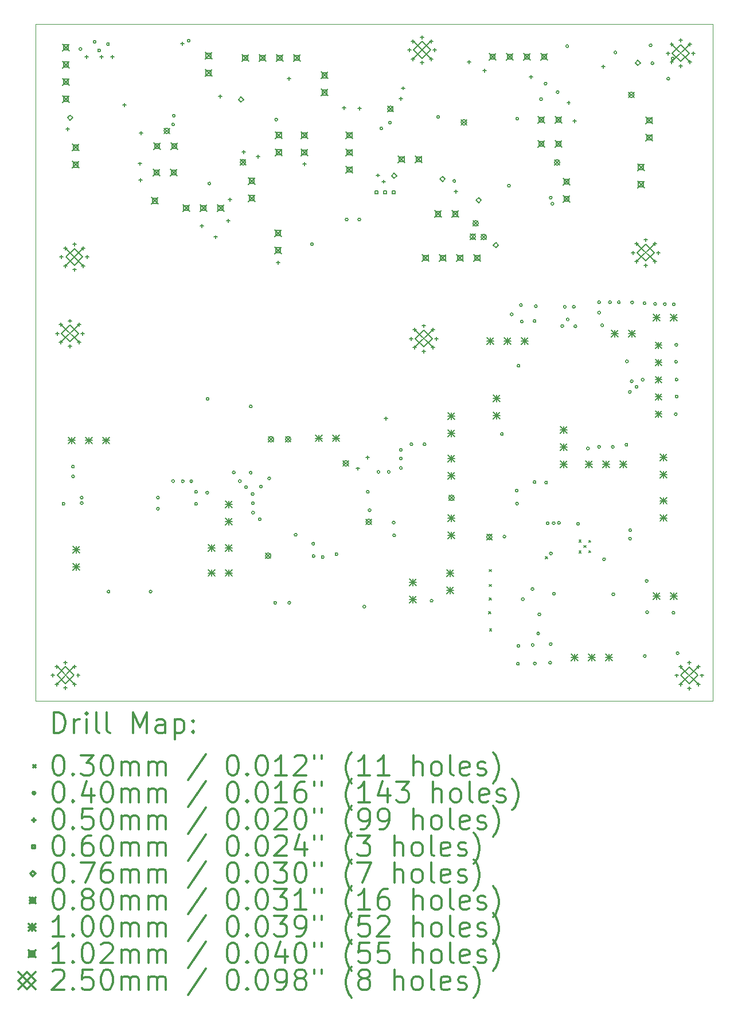
<source format=gbr>
%FSLAX45Y45*%
G04 Gerber Fmt 4.5, Leading zero omitted, Abs format (unit mm)*
G04 Created by KiCad (PCBNEW 4.0.6) date 05/22/17 18:06:06*
%MOMM*%
%LPD*%
G01*
G04 APERTURE LIST*
%ADD10C,0.127000*%
%ADD11C,0.025400*%
%ADD12C,0.200000*%
%ADD13C,0.300000*%
G04 APERTURE END LIST*
D10*
D11*
X3461030Y-13866860D02*
X3461030Y-3866860D01*
X13461030Y-13866860D02*
X3461030Y-13866860D01*
X13461030Y-3866860D02*
X13461030Y-13866860D01*
X3461030Y-3866860D02*
X13461030Y-3866860D01*
D12*
X10154030Y-12541860D02*
X10184030Y-12571860D01*
X10184030Y-12541860D02*
X10154030Y-12571860D01*
X10162030Y-11921860D02*
X10192030Y-11951860D01*
X10192030Y-11921860D02*
X10162030Y-11951860D01*
X10162030Y-12142860D02*
X10192030Y-12172860D01*
X10192030Y-12142860D02*
X10162030Y-12172860D01*
X10162030Y-12340860D02*
X10192030Y-12370860D01*
X10192030Y-12340860D02*
X10162030Y-12370860D01*
X10165030Y-12796860D02*
X10195030Y-12826860D01*
X10195030Y-12796860D02*
X10165030Y-12826860D01*
X10990270Y-11732270D02*
X11020270Y-11762270D01*
X11020270Y-11732270D02*
X10990270Y-11762270D01*
X11488110Y-11485890D02*
X11518110Y-11515890D01*
X11518110Y-11485890D02*
X11488110Y-11515890D01*
X11488110Y-11645910D02*
X11518110Y-11675910D01*
X11518110Y-11645910D02*
X11488110Y-11675910D01*
X11560170Y-11564890D02*
X11590170Y-11594890D01*
X11590170Y-11564890D02*
X11560170Y-11594890D01*
X11632890Y-11490970D02*
X11662890Y-11520970D01*
X11662890Y-11490970D02*
X11632890Y-11520970D01*
X11632890Y-11643370D02*
X11662890Y-11673370D01*
X11662890Y-11643370D02*
X11632890Y-11673370D01*
X3895730Y-10950050D02*
G75*
G03X3895730Y-10950050I-20000J0D01*
G01*
X4035430Y-10401410D02*
G75*
G03X4035430Y-10401410I-20000J0D01*
G01*
X4036700Y-10546190D02*
G75*
G03X4036700Y-10546190I-20000J0D01*
G01*
X4145000Y-4232000D02*
G75*
G03X4145000Y-4232000I-20000J0D01*
G01*
X4163700Y-10859880D02*
G75*
G03X4163700Y-10859880I-20000J0D01*
G01*
X4164970Y-10939890D02*
G75*
G03X4164970Y-10939890I-20000J0D01*
G01*
X4355000Y-4124000D02*
G75*
G03X4355000Y-4124000I-20000J0D01*
G01*
X4421000Y-4253000D02*
G75*
G03X4421000Y-4253000I-20000J0D01*
G01*
X4552000Y-4160000D02*
G75*
G03X4552000Y-4160000I-20000J0D01*
G01*
X4559940Y-12247990D02*
G75*
G03X4559940Y-12247990I-20000J0D01*
G01*
X5180970Y-12249260D02*
G75*
G03X5180970Y-12249260I-20000J0D01*
G01*
X5290190Y-10859880D02*
G75*
G03X5290190Y-10859880I-20000J0D01*
G01*
X5290190Y-11022440D02*
G75*
G03X5290190Y-11022440I-20000J0D01*
G01*
X5513710Y-10616040D02*
G75*
G03X5513710Y-10616040I-20000J0D01*
G01*
X5515000Y-5348000D02*
G75*
G03X5515000Y-5348000I-20000J0D01*
G01*
X5523000Y-5216000D02*
G75*
G03X5523000Y-5216000I-20000J0D01*
G01*
X5657220Y-10617310D02*
G75*
G03X5657220Y-10617310I-20000J0D01*
G01*
X5743000Y-4108000D02*
G75*
G03X5743000Y-4108000I-20000J0D01*
G01*
X5781680Y-10616040D02*
G75*
G03X5781680Y-10616040I-20000J0D01*
G01*
X5851530Y-10773520D02*
G75*
G03X5851530Y-10773520I-20000J0D01*
G01*
X5851530Y-10951320D02*
G75*
G03X5851530Y-10951320I-20000J0D01*
G01*
X6017265Y-10787490D02*
G75*
G03X6017265Y-10787490I-20000J0D01*
G01*
X6022345Y-9398745D02*
G75*
G03X6022345Y-9398745I-20000J0D01*
G01*
X6049000Y-6220000D02*
G75*
G03X6049000Y-6220000I-20000J0D01*
G01*
X6410330Y-10487770D02*
G75*
G03X6410330Y-10487770I-20000J0D01*
G01*
X6499230Y-10616040D02*
G75*
G03X6499230Y-10616040I-20000J0D01*
G01*
X6590035Y-10706845D02*
G75*
G03X6590035Y-10706845I-20000J0D01*
G01*
X6659250Y-10490310D02*
G75*
G03X6659250Y-10490310I-20000J0D01*
G01*
X6660520Y-9512410D02*
G75*
G03X6660520Y-9512410I-20000J0D01*
G01*
X6688460Y-10806540D02*
G75*
G03X6688460Y-10806540I-20000J0D01*
G01*
X6689095Y-10805905D02*
G75*
G03X6689095Y-10805905I-20000J0D01*
G01*
X6692270Y-10941160D02*
G75*
G03X6692270Y-10941160I-20000J0D01*
G01*
X6693540Y-11080860D02*
G75*
G03X6693540Y-11080860I-20000J0D01*
G01*
X6793870Y-11178650D02*
G75*
G03X6793870Y-11178650I-20000J0D01*
G01*
X6810380Y-10694780D02*
G75*
G03X6810380Y-10694780I-20000J0D01*
G01*
X6932300Y-10575400D02*
G75*
G03X6932300Y-10575400I-20000J0D01*
G01*
X7019930Y-12414360D02*
G75*
G03X7019930Y-12414360I-20000J0D01*
G01*
X7036000Y-5274000D02*
G75*
G03X7036000Y-5274000I-20000J0D01*
G01*
X7228210Y-12413090D02*
G75*
G03X7228210Y-12413090I-20000J0D01*
G01*
X7323460Y-11408520D02*
G75*
G03X7323460Y-11408520I-20000J0D01*
G01*
X7564000Y-7115000D02*
G75*
G03X7564000Y-7115000I-20000J0D01*
G01*
X7582540Y-11540600D02*
G75*
G03X7582540Y-11540600I-20000J0D01*
G01*
X7587620Y-11723480D02*
G75*
G03X7587620Y-11723480I-20000J0D01*
G01*
X7722240Y-11737450D02*
G75*
G03X7722240Y-11737450I-20000J0D01*
G01*
X7925440Y-11695540D02*
G75*
G03X7925440Y-11695540I-20000J0D01*
G01*
X8077000Y-6751000D02*
G75*
G03X8077000Y-6751000I-20000J0D01*
G01*
X8262000Y-6751000D02*
G75*
G03X8262000Y-6751000I-20000J0D01*
G01*
X8336920Y-12470240D02*
G75*
G03X8336920Y-12470240I-20000J0D01*
G01*
X8387720Y-10773520D02*
G75*
G03X8387720Y-10773520I-20000J0D01*
G01*
X8414390Y-11045300D02*
G75*
G03X8414390Y-11045300I-20000J0D01*
G01*
X8545200Y-10480150D02*
G75*
G03X8545200Y-10480150I-20000J0D01*
G01*
X8588000Y-5407000D02*
G75*
G03X8588000Y-5407000I-20000J0D01*
G01*
X8697600Y-10480150D02*
G75*
G03X8697600Y-10480150I-20000J0D01*
G01*
X8714000Y-5321000D02*
G75*
G03X8714000Y-5321000I-20000J0D01*
G01*
X8769990Y-11228180D02*
G75*
G03X8769990Y-11228180I-20000J0D01*
G01*
X8777610Y-11417410D02*
G75*
G03X8777610Y-11417410I-20000J0D01*
G01*
X8876670Y-10153760D02*
G75*
G03X8876670Y-10153760I-20000J0D01*
G01*
X8876670Y-10282030D02*
G75*
G03X8876670Y-10282030I-20000J0D01*
G01*
X8876670Y-10421730D02*
G75*
G03X8876670Y-10421730I-20000J0D01*
G01*
X9031610Y-10071210D02*
G75*
G03X9031610Y-10071210I-20000J0D01*
G01*
X9225920Y-10071210D02*
G75*
G03X9225920Y-10071210I-20000J0D01*
G01*
X9330060Y-12382610D02*
G75*
G03X9330060Y-12382610I-20000J0D01*
G01*
X9426000Y-5234000D02*
G75*
G03X9426000Y-5234000I-20000J0D01*
G01*
X9665000Y-6181000D02*
G75*
G03X9665000Y-6181000I-20000J0D01*
G01*
X10368030Y-9919860D02*
G75*
G03X10368030Y-9919860I-20000J0D01*
G01*
X10405030Y-11434860D02*
G75*
G03X10405030Y-11434860I-20000J0D01*
G01*
X10472000Y-6252000D02*
G75*
G03X10472000Y-6252000I-20000J0D01*
G01*
X10512030Y-8151860D02*
G75*
G03X10512030Y-8151860I-20000J0D01*
G01*
X10585850Y-10756670D02*
G75*
G03X10585850Y-10756670I-20000J0D01*
G01*
X10590930Y-10947170D02*
G75*
G03X10590930Y-10947170I-20000J0D01*
G01*
X10594000Y-5263000D02*
G75*
G03X10594000Y-5263000I-20000J0D01*
G01*
X10605030Y-13313860D02*
G75*
G03X10605030Y-13313860I-20000J0D01*
G01*
X10611030Y-13048860D02*
G75*
G03X10611030Y-13048860I-20000J0D01*
G01*
X10614030Y-8910860D02*
G75*
G03X10614030Y-8910860I-20000J0D01*
G01*
X10649030Y-8014860D02*
G75*
G03X10649030Y-8014860I-20000J0D01*
G01*
X10661030Y-8258860D02*
G75*
G03X10661030Y-8258860I-20000J0D01*
G01*
X10677290Y-12359410D02*
G75*
G03X10677290Y-12359410I-20000J0D01*
G01*
X10819530Y-12209550D02*
G75*
G03X10819530Y-12209550I-20000J0D01*
G01*
X10823030Y-13036860D02*
G75*
G03X10823030Y-13036860I-20000J0D01*
G01*
X10851030Y-8250860D02*
G75*
G03X10851030Y-8250860I-20000J0D01*
G01*
X10851030Y-10629860D02*
G75*
G03X10851030Y-10629860I-20000J0D01*
G01*
X10855030Y-13309860D02*
G75*
G03X10855030Y-13309860I-20000J0D01*
G01*
X10869150Y-8031980D02*
G75*
G03X10869150Y-8031980I-20000J0D01*
G01*
X10904030Y-12867860D02*
G75*
G03X10904030Y-12867860I-20000J0D01*
G01*
X10921030Y-12584860D02*
G75*
G03X10921030Y-12584860I-20000J0D01*
G01*
X10946000Y-4972000D02*
G75*
G03X10946000Y-4972000I-20000J0D01*
G01*
X11013000Y-4743000D02*
G75*
G03X11013000Y-4743000I-20000J0D01*
G01*
X11021030Y-10636860D02*
G75*
G03X11021030Y-10636860I-20000J0D01*
G01*
X11043050Y-11236730D02*
G75*
G03X11043050Y-11236730I-20000J0D01*
G01*
X11080030Y-13297860D02*
G75*
G03X11080030Y-13297860I-20000J0D01*
G01*
X11089000Y-6428000D02*
G75*
G03X11089000Y-6428000I-20000J0D01*
G01*
X11089030Y-13023860D02*
G75*
G03X11089030Y-13023860I-20000J0D01*
G01*
X11091310Y-11683770D02*
G75*
G03X11091310Y-11683770I-20000J0D01*
G01*
X11115000Y-6518000D02*
G75*
G03X11115000Y-6518000I-20000J0D01*
G01*
X11131950Y-11236730D02*
G75*
G03X11131950Y-11236730I-20000J0D01*
G01*
X11137030Y-12278130D02*
G75*
G03X11137030Y-12278130I-20000J0D01*
G01*
X11191000Y-4869000D02*
G75*
G03X11191000Y-4869000I-20000J0D01*
G01*
X11210536Y-11233237D02*
G75*
G03X11210536Y-11233237I-20000J0D01*
G01*
X11258950Y-8324620D02*
G75*
G03X11258950Y-8324620I-20000J0D01*
G01*
X11297050Y-8041410D02*
G75*
G03X11297050Y-8041410I-20000J0D01*
G01*
X11332000Y-4190000D02*
G75*
G03X11332000Y-4190000I-20000J0D01*
G01*
X11340230Y-8226830D02*
G75*
G03X11340230Y-8226830I-20000J0D01*
G01*
X11430400Y-8041410D02*
G75*
G03X11430400Y-8041410I-20000J0D01*
G01*
X11451990Y-8328430D02*
G75*
G03X11451990Y-8328430I-20000J0D01*
G01*
X11492630Y-11246890D02*
G75*
G03X11492630Y-11246890I-20000J0D01*
G01*
X11639030Y-10132860D02*
G75*
G03X11639030Y-10132860I-20000J0D01*
G01*
X11803780Y-7972830D02*
G75*
G03X11803780Y-7972830I-20000J0D01*
G01*
X11803780Y-8126500D02*
G75*
G03X11803780Y-8126500I-20000J0D01*
G01*
X11804030Y-10108860D02*
G75*
G03X11804030Y-10108860I-20000J0D01*
G01*
X11848230Y-8313190D02*
G75*
G03X11848230Y-8313190I-20000J0D01*
G01*
X11876170Y-11770130D02*
G75*
G03X11876170Y-11770130I-20000J0D01*
G01*
X11963800Y-7972830D02*
G75*
G03X11963800Y-7972830I-20000J0D01*
G01*
X12005030Y-10108860D02*
G75*
G03X12005030Y-10108860I-20000J0D01*
G01*
X12013330Y-12288290D02*
G75*
G03X12013330Y-12288290I-20000J0D01*
G01*
X12043000Y-4283000D02*
G75*
G03X12043000Y-4283000I-20000J0D01*
G01*
X12094610Y-7972830D02*
G75*
G03X12094610Y-7972830I-20000J0D01*
G01*
X12206030Y-10077860D02*
G75*
G03X12206030Y-10077860I-20000J0D01*
G01*
X12213990Y-8846590D02*
G75*
G03X12213990Y-8846590I-20000J0D01*
G01*
X12257170Y-9298710D02*
G75*
G03X12257170Y-9298710I-20000J0D01*
G01*
X12259710Y-11465330D02*
G75*
G03X12259710Y-11465330I-20000J0D01*
G01*
X12263520Y-11342140D02*
G75*
G03X12263520Y-11342140I-20000J0D01*
G01*
X12285110Y-9139960D02*
G75*
G03X12285110Y-9139960I-20000J0D01*
G01*
X12290190Y-7975370D02*
G75*
G03X12290190Y-7975370I-20000J0D01*
G01*
X12356230Y-9222510D02*
G75*
G03X12356230Y-9222510I-20000J0D01*
G01*
X12446400Y-9117100D02*
G75*
G03X12446400Y-9117100I-20000J0D01*
G01*
X12474340Y-7989340D02*
G75*
G03X12474340Y-7989340I-20000J0D01*
G01*
X12478150Y-13200150D02*
G75*
G03X12478150Y-13200150I-20000J0D01*
G01*
X12506090Y-12090170D02*
G75*
G03X12506090Y-12090170I-20000J0D01*
G01*
X12512440Y-12552450D02*
G75*
G03X12512440Y-12552450I-20000J0D01*
G01*
X12564000Y-4178000D02*
G75*
G03X12564000Y-4178000I-20000J0D01*
G01*
X12590000Y-4443000D02*
G75*
G03X12590000Y-4443000I-20000J0D01*
G01*
X12630550Y-7998230D02*
G75*
G03X12630550Y-7998230I-20000J0D01*
G01*
X12772790Y-8000770D02*
G75*
G03X12772790Y-8000770I-20000J0D01*
G01*
X12824000Y-4670000D02*
G75*
G03X12824000Y-4670000I-20000J0D01*
G01*
X12891000Y-4371000D02*
G75*
G03X12891000Y-4371000I-20000J0D01*
G01*
X12901060Y-12560070D02*
G75*
G03X12901060Y-12560070I-20000J0D01*
G01*
X12906140Y-8003310D02*
G75*
G03X12906140Y-8003310I-20000J0D01*
G01*
X12935030Y-9626860D02*
G75*
G03X12935030Y-9626860I-20000J0D01*
G01*
X12939030Y-8852860D02*
G75*
G03X12939030Y-8852860I-20000J0D01*
G01*
X12943030Y-8601860D02*
G75*
G03X12943030Y-8601860I-20000J0D01*
G01*
X12947030Y-9115860D02*
G75*
G03X12947030Y-9115860I-20000J0D01*
G01*
X12947030Y-9366860D02*
G75*
G03X12947030Y-9366860I-20000J0D01*
G01*
X12962020Y-13158240D02*
G75*
G03X12962020Y-13158240I-20000J0D01*
G01*
X3718530Y-13458860D02*
X3718530Y-13508860D01*
X3693530Y-13483860D02*
X3743530Y-13483860D01*
X3773447Y-13326277D02*
X3773447Y-13376277D01*
X3748447Y-13351277D02*
X3798447Y-13351277D01*
X3773447Y-13591442D02*
X3773447Y-13641442D01*
X3748447Y-13616442D02*
X3798447Y-13616442D01*
X3783530Y-8407860D02*
X3783530Y-8457860D01*
X3758530Y-8432860D02*
X3808530Y-8432860D01*
X3838447Y-8275277D02*
X3838447Y-8325277D01*
X3813447Y-8300277D02*
X3863447Y-8300277D01*
X3838447Y-8540443D02*
X3838447Y-8590443D01*
X3813447Y-8565443D02*
X3863447Y-8565443D01*
X3847530Y-7278860D02*
X3847530Y-7328860D01*
X3822530Y-7303860D02*
X3872530Y-7303860D01*
X3902447Y-7146277D02*
X3902447Y-7196277D01*
X3877447Y-7171277D02*
X3927447Y-7171277D01*
X3902447Y-7411442D02*
X3902447Y-7461442D01*
X3877447Y-7436442D02*
X3927447Y-7436442D01*
X3906030Y-13271360D02*
X3906030Y-13321360D01*
X3881030Y-13296360D02*
X3931030Y-13296360D01*
X3906030Y-13646360D02*
X3906030Y-13696360D01*
X3881030Y-13671360D02*
X3931030Y-13671360D01*
X3937000Y-5389000D02*
X3937000Y-5439000D01*
X3912000Y-5414000D02*
X3962000Y-5414000D01*
X3971030Y-8220360D02*
X3971030Y-8270360D01*
X3946030Y-8245360D02*
X3996030Y-8245360D01*
X3971030Y-8595360D02*
X3971030Y-8645360D01*
X3946030Y-8620360D02*
X3996030Y-8620360D01*
X4035030Y-7091360D02*
X4035030Y-7141360D01*
X4010030Y-7116360D02*
X4060030Y-7116360D01*
X4035030Y-7466360D02*
X4035030Y-7516360D01*
X4010030Y-7491360D02*
X4060030Y-7491360D01*
X4038612Y-13326277D02*
X4038612Y-13376277D01*
X4013612Y-13351277D02*
X4063612Y-13351277D01*
X4038612Y-13591442D02*
X4038612Y-13641442D01*
X4013612Y-13616442D02*
X4063612Y-13616442D01*
X4093530Y-13458860D02*
X4093530Y-13508860D01*
X4068530Y-13483860D02*
X4118530Y-13483860D01*
X4103612Y-8275277D02*
X4103612Y-8325277D01*
X4078612Y-8300277D02*
X4128612Y-8300277D01*
X4103612Y-8540443D02*
X4103612Y-8590443D01*
X4078612Y-8565443D02*
X4128612Y-8565443D01*
X4158530Y-8407860D02*
X4158530Y-8457860D01*
X4133530Y-8432860D02*
X4183530Y-8432860D01*
X4167612Y-7146277D02*
X4167612Y-7196277D01*
X4142612Y-7171277D02*
X4192612Y-7171277D01*
X4167612Y-7411442D02*
X4167612Y-7461442D01*
X4142612Y-7436442D02*
X4192612Y-7436442D01*
X4215000Y-4319000D02*
X4215000Y-4369000D01*
X4190000Y-4344000D02*
X4240000Y-4344000D01*
X4222530Y-7278860D02*
X4222530Y-7328860D01*
X4197530Y-7303860D02*
X4247530Y-7303860D01*
X4436000Y-4323000D02*
X4436000Y-4373000D01*
X4411000Y-4348000D02*
X4461000Y-4348000D01*
X4597000Y-4321000D02*
X4597000Y-4371000D01*
X4572000Y-4346000D02*
X4622000Y-4346000D01*
X4778000Y-5032000D02*
X4778000Y-5082000D01*
X4753000Y-5057000D02*
X4803000Y-5057000D01*
X5006000Y-5900000D02*
X5006000Y-5950000D01*
X4981000Y-5925000D02*
X5031000Y-5925000D01*
X5012000Y-6143000D02*
X5012000Y-6193000D01*
X4987000Y-6168000D02*
X5037000Y-6168000D01*
X5019000Y-5446000D02*
X5019000Y-5496000D01*
X4994000Y-5471000D02*
X5044000Y-5471000D01*
X5633000Y-4129000D02*
X5633000Y-4179000D01*
X5608000Y-4154000D02*
X5658000Y-4154000D01*
X5920000Y-6821000D02*
X5920000Y-6871000D01*
X5895000Y-6846000D02*
X5945000Y-6846000D01*
X6118000Y-6984000D02*
X6118000Y-7034000D01*
X6093000Y-7009000D02*
X6143000Y-7009000D01*
X6187000Y-4909000D02*
X6187000Y-4959000D01*
X6162000Y-4934000D02*
X6212000Y-4934000D01*
X6311000Y-6745000D02*
X6311000Y-6795000D01*
X6286000Y-6770000D02*
X6336000Y-6770000D01*
X6330000Y-6426000D02*
X6330000Y-6476000D01*
X6305000Y-6451000D02*
X6355000Y-6451000D01*
X6537000Y-5730000D02*
X6537000Y-5780000D01*
X6512000Y-5755000D02*
X6562000Y-5755000D01*
X6751000Y-5791000D02*
X6751000Y-5841000D01*
X6726000Y-5816000D02*
X6776000Y-5816000D01*
X7042000Y-7360000D02*
X7042000Y-7410000D01*
X7017000Y-7385000D02*
X7067000Y-7385000D01*
X7208000Y-4641000D02*
X7208000Y-4691000D01*
X7183000Y-4666000D02*
X7233000Y-4666000D01*
X7432000Y-5902000D02*
X7432000Y-5952000D01*
X7407000Y-5927000D02*
X7457000Y-5927000D01*
X8020000Y-5072000D02*
X8020000Y-5122000D01*
X7995000Y-5097000D02*
X8045000Y-5097000D01*
X8217860Y-10404350D02*
X8217860Y-10454350D01*
X8192860Y-10429350D02*
X8242860Y-10429350D01*
X8245000Y-5083000D02*
X8245000Y-5133000D01*
X8220000Y-5108000D02*
X8270000Y-5108000D01*
X8365180Y-10237980D02*
X8365180Y-10287980D01*
X8340180Y-10262980D02*
X8390180Y-10262980D01*
X8515000Y-6070000D02*
X8515000Y-6120000D01*
X8490000Y-6095000D02*
X8540000Y-6095000D01*
X8600000Y-6163000D02*
X8600000Y-6213000D01*
X8575000Y-6188000D02*
X8625000Y-6188000D01*
X8635690Y-9663940D02*
X8635690Y-9713940D01*
X8610690Y-9688940D02*
X8660690Y-9688940D01*
X8858000Y-4941000D02*
X8858000Y-4991000D01*
X8833000Y-4966000D02*
X8883000Y-4966000D01*
X8889000Y-4783000D02*
X8889000Y-4833000D01*
X8864000Y-4808000D02*
X8914000Y-4808000D01*
X8981530Y-4221860D02*
X8981530Y-4271860D01*
X8956530Y-4246860D02*
X9006530Y-4246860D01*
X9007530Y-8483860D02*
X9007530Y-8533860D01*
X8982530Y-8508860D02*
X9032530Y-8508860D01*
X9036448Y-4089277D02*
X9036448Y-4139277D01*
X9011448Y-4114277D02*
X9061448Y-4114277D01*
X9036448Y-4354443D02*
X9036448Y-4404443D01*
X9011448Y-4379443D02*
X9061448Y-4379443D01*
X9062448Y-8351277D02*
X9062448Y-8401278D01*
X9037448Y-8376277D02*
X9087448Y-8376277D01*
X9062448Y-8616443D02*
X9062448Y-8666443D01*
X9037448Y-8641443D02*
X9087448Y-8641443D01*
X9169030Y-4034360D02*
X9169030Y-4084360D01*
X9144030Y-4059360D02*
X9194030Y-4059360D01*
X9169030Y-4409360D02*
X9169030Y-4459360D01*
X9144030Y-4434360D02*
X9194030Y-4434360D01*
X9195030Y-8296360D02*
X9195030Y-8346360D01*
X9170030Y-8321360D02*
X9220030Y-8321360D01*
X9195030Y-8671360D02*
X9195030Y-8721360D01*
X9170030Y-8696360D02*
X9220030Y-8696360D01*
X9301613Y-4089277D02*
X9301613Y-4139277D01*
X9276613Y-4114277D02*
X9326613Y-4114277D01*
X9301613Y-4354443D02*
X9301613Y-4404443D01*
X9276613Y-4379443D02*
X9326613Y-4379443D01*
X9327613Y-8351277D02*
X9327613Y-8401278D01*
X9302613Y-8376277D02*
X9352613Y-8376277D01*
X9327613Y-8616443D02*
X9327613Y-8666443D01*
X9302613Y-8641443D02*
X9352613Y-8641443D01*
X9356530Y-4221860D02*
X9356530Y-4271860D01*
X9331530Y-4246860D02*
X9381530Y-4246860D01*
X9382530Y-8483860D02*
X9382530Y-8533860D01*
X9357530Y-8508860D02*
X9407530Y-8508860D01*
X9671000Y-6311000D02*
X9671000Y-6361000D01*
X9646000Y-6336000D02*
X9696000Y-6336000D01*
X9867000Y-4394000D02*
X9867000Y-4444000D01*
X9842000Y-4419000D02*
X9892000Y-4419000D01*
X10094000Y-4524000D02*
X10094000Y-4574000D01*
X10069000Y-4549000D02*
X10119000Y-4549000D01*
X10776000Y-4614000D02*
X10776000Y-4664000D01*
X10751000Y-4639000D02*
X10801000Y-4639000D01*
X11333000Y-4997000D02*
X11333000Y-5047000D01*
X11308000Y-5022000D02*
X11358000Y-5022000D01*
X11424000Y-5272000D02*
X11424000Y-5322000D01*
X11399000Y-5297000D02*
X11449000Y-5297000D01*
X11848000Y-4466000D02*
X11848000Y-4516000D01*
X11823000Y-4491000D02*
X11873000Y-4491000D01*
X12283530Y-7213860D02*
X12283530Y-7263860D01*
X12258530Y-7238860D02*
X12308530Y-7238860D01*
X12338447Y-7081277D02*
X12338447Y-7131277D01*
X12313447Y-7106277D02*
X12363447Y-7106277D01*
X12338447Y-7346442D02*
X12338447Y-7396442D01*
X12313447Y-7371442D02*
X12363447Y-7371442D01*
X12471030Y-7026360D02*
X12471030Y-7076360D01*
X12446030Y-7051360D02*
X12496030Y-7051360D01*
X12471030Y-7401360D02*
X12471030Y-7451360D01*
X12446030Y-7426360D02*
X12496030Y-7426360D01*
X12603612Y-7081277D02*
X12603612Y-7131277D01*
X12578612Y-7106277D02*
X12628612Y-7106277D01*
X12603612Y-7346442D02*
X12603612Y-7396442D01*
X12578612Y-7371442D02*
X12628612Y-7371442D01*
X12658530Y-7213860D02*
X12658530Y-7263860D01*
X12633530Y-7238860D02*
X12683530Y-7238860D01*
X12801530Y-4266860D02*
X12801530Y-4316860D01*
X12776530Y-4291860D02*
X12826530Y-4291860D01*
X12856447Y-4134277D02*
X12856447Y-4184277D01*
X12831447Y-4159277D02*
X12881447Y-4159277D01*
X12856447Y-4399443D02*
X12856447Y-4449443D01*
X12831447Y-4424443D02*
X12881447Y-4424443D01*
X12929530Y-13460860D02*
X12929530Y-13510860D01*
X12904530Y-13485860D02*
X12954530Y-13485860D01*
X12984447Y-13328277D02*
X12984447Y-13378277D01*
X12959447Y-13353277D02*
X13009447Y-13353277D01*
X12984447Y-13593442D02*
X12984447Y-13643442D01*
X12959447Y-13618442D02*
X13009447Y-13618442D01*
X12989030Y-4079360D02*
X12989030Y-4129360D01*
X12964030Y-4104360D02*
X13014030Y-4104360D01*
X12989030Y-4454360D02*
X12989030Y-4504360D01*
X12964030Y-4479360D02*
X13014030Y-4479360D01*
X13117030Y-13273360D02*
X13117030Y-13323360D01*
X13092030Y-13298360D02*
X13142030Y-13298360D01*
X13117030Y-13648360D02*
X13117030Y-13698360D01*
X13092030Y-13673360D02*
X13142030Y-13673360D01*
X13121612Y-4134277D02*
X13121612Y-4184277D01*
X13096612Y-4159277D02*
X13146612Y-4159277D01*
X13121612Y-4399443D02*
X13121612Y-4449443D01*
X13096612Y-4424443D02*
X13146612Y-4424443D01*
X13176530Y-4266860D02*
X13176530Y-4316860D01*
X13151530Y-4291860D02*
X13201530Y-4291860D01*
X13249612Y-13328277D02*
X13249612Y-13378277D01*
X13224612Y-13353277D02*
X13274612Y-13353277D01*
X13249612Y-13593442D02*
X13249612Y-13643442D01*
X13224612Y-13618442D02*
X13274612Y-13618442D01*
X13304530Y-13460860D02*
X13304530Y-13510860D01*
X13279530Y-13485860D02*
X13329530Y-13485860D01*
X8516213Y-6371213D02*
X8516213Y-6328787D01*
X8473787Y-6328787D01*
X8473787Y-6371213D01*
X8516213Y-6371213D01*
X8643213Y-6371213D02*
X8643213Y-6328787D01*
X8600787Y-6328787D01*
X8600787Y-6371213D01*
X8643213Y-6371213D01*
X8770213Y-6371213D02*
X8770213Y-6328787D01*
X8727787Y-6328787D01*
X8727787Y-6371213D01*
X8770213Y-6371213D01*
X3974000Y-5284100D02*
X4012100Y-5246000D01*
X3974000Y-5207900D01*
X3935900Y-5246000D01*
X3974000Y-5284100D01*
X6498000Y-5016100D02*
X6536100Y-4978000D01*
X6498000Y-4939900D01*
X6459900Y-4978000D01*
X6498000Y-5016100D01*
X8755000Y-6143100D02*
X8793100Y-6105000D01*
X8755000Y-6066900D01*
X8716900Y-6105000D01*
X8755000Y-6143100D01*
X9472000Y-6189100D02*
X9510100Y-6151000D01*
X9472000Y-6112900D01*
X9433900Y-6151000D01*
X9472000Y-6189100D01*
X10007000Y-6504100D02*
X10045100Y-6466000D01*
X10007000Y-6427900D01*
X9968900Y-6466000D01*
X10007000Y-6504100D01*
X10261000Y-7166100D02*
X10299100Y-7128000D01*
X10261000Y-7089900D01*
X10222900Y-7128000D01*
X10261000Y-7166100D01*
X12357000Y-4476100D02*
X12395100Y-4438000D01*
X12357000Y-4399900D01*
X12318900Y-4438000D01*
X12357000Y-4476100D01*
X5360000Y-5401000D02*
X5440000Y-5481000D01*
X5440000Y-5401000D02*
X5360000Y-5481000D01*
X5440000Y-5441000D02*
G75*
G03X5440000Y-5441000I-40000J0D01*
G01*
X6486000Y-5865000D02*
X6566000Y-5945000D01*
X6566000Y-5865000D02*
X6486000Y-5945000D01*
X6566000Y-5905000D02*
G75*
G03X6566000Y-5905000I-40000J0D01*
G01*
X6858330Y-11678400D02*
X6938330Y-11758400D01*
X6938330Y-11678400D02*
X6858330Y-11758400D01*
X6938330Y-11718400D02*
G75*
G03X6938330Y-11718400I-40000J0D01*
G01*
X6900240Y-9956280D02*
X6980240Y-10036280D01*
X6980240Y-9956280D02*
X6900240Y-10036280D01*
X6980240Y-9996280D02*
G75*
G03X6980240Y-9996280I-40000J0D01*
G01*
X7152970Y-9957550D02*
X7232970Y-10037550D01*
X7232970Y-9957550D02*
X7152970Y-10037550D01*
X7232970Y-9997550D02*
G75*
G03X7232970Y-9997550I-40000J0D01*
G01*
X8003870Y-10313150D02*
X8083870Y-10393150D01*
X8083870Y-10313150D02*
X8003870Y-10393150D01*
X8083870Y-10353150D02*
G75*
G03X8083870Y-10353150I-40000J0D01*
G01*
X8342960Y-11178020D02*
X8422960Y-11258020D01*
X8422960Y-11178020D02*
X8342960Y-11258020D01*
X8422960Y-11218020D02*
G75*
G03X8422960Y-11218020I-40000J0D01*
G01*
X8663000Y-5076000D02*
X8743000Y-5156000D01*
X8743000Y-5076000D02*
X8663000Y-5156000D01*
X8743000Y-5116000D02*
G75*
G03X8743000Y-5116000I-40000J0D01*
G01*
X9563430Y-10822420D02*
X9643430Y-10902420D01*
X9643430Y-10822420D02*
X9563430Y-10902420D01*
X9643430Y-10862420D02*
G75*
G03X9643430Y-10862420I-40000J0D01*
G01*
X9746000Y-5275000D02*
X9826000Y-5355000D01*
X9826000Y-5275000D02*
X9746000Y-5355000D01*
X9826000Y-5315000D02*
G75*
G03X9826000Y-5315000I-40000J0D01*
G01*
X9878000Y-6964000D02*
X9958000Y-7044000D01*
X9958000Y-6964000D02*
X9878000Y-7044000D01*
X9958000Y-7004000D02*
G75*
G03X9958000Y-7004000I-40000J0D01*
G01*
X9921000Y-6768000D02*
X10001000Y-6848000D01*
X10001000Y-6768000D02*
X9921000Y-6848000D01*
X10001000Y-6808000D02*
G75*
G03X10001000Y-6808000I-40000J0D01*
G01*
X10041500Y-6967500D02*
X10121500Y-7047500D01*
X10121500Y-6967500D02*
X10041500Y-7047500D01*
X10121500Y-7007500D02*
G75*
G03X10121500Y-7007500I-40000J0D01*
G01*
X10123030Y-11401860D02*
X10203030Y-11481860D01*
X10203030Y-11401860D02*
X10123030Y-11481860D01*
X10203030Y-11441860D02*
G75*
G03X10203030Y-11441860I-40000J0D01*
G01*
X11123000Y-5868000D02*
X11203000Y-5948000D01*
X11203000Y-5868000D02*
X11123000Y-5948000D01*
X11203000Y-5908000D02*
G75*
G03X11203000Y-5908000I-40000J0D01*
G01*
X12221000Y-4869000D02*
X12301000Y-4949000D01*
X12301000Y-4869000D02*
X12221000Y-4949000D01*
X12301000Y-4909000D02*
G75*
G03X12301000Y-4909000I-40000J0D01*
G01*
X3947650Y-9964060D02*
X4047650Y-10064060D01*
X4047650Y-9964060D02*
X3947650Y-10064060D01*
X3997650Y-9964060D02*
X3997650Y-10064060D01*
X3947650Y-10014060D02*
X4047650Y-10014060D01*
X4012420Y-11575690D02*
X4112420Y-11675690D01*
X4112420Y-11575690D02*
X4012420Y-11675690D01*
X4062420Y-11575690D02*
X4062420Y-11675690D01*
X4012420Y-11625690D02*
X4112420Y-11625690D01*
X4012420Y-11829690D02*
X4112420Y-11929690D01*
X4112420Y-11829690D02*
X4012420Y-11929690D01*
X4062420Y-11829690D02*
X4062420Y-11929690D01*
X4012420Y-11879690D02*
X4112420Y-11879690D01*
X4201650Y-9964060D02*
X4301650Y-10064060D01*
X4301650Y-9964060D02*
X4201650Y-10064060D01*
X4251650Y-9964060D02*
X4251650Y-10064060D01*
X4201650Y-10014060D02*
X4301650Y-10014060D01*
X4455650Y-9964060D02*
X4555650Y-10064060D01*
X4555650Y-9964060D02*
X4455650Y-10064060D01*
X4505650Y-9964060D02*
X4505650Y-10064060D01*
X4455650Y-10014060D02*
X4555650Y-10014060D01*
X6012670Y-11549020D02*
X6112670Y-11649020D01*
X6112670Y-11549020D02*
X6012670Y-11649020D01*
X6062670Y-11549020D02*
X6062670Y-11649020D01*
X6012670Y-11599020D02*
X6112670Y-11599020D01*
X6015210Y-11921130D02*
X6115210Y-12021130D01*
X6115210Y-11921130D02*
X6015210Y-12021130D01*
X6065210Y-11921130D02*
X6065210Y-12021130D01*
X6015210Y-11971130D02*
X6115210Y-11971130D01*
X6266670Y-11549020D02*
X6366670Y-11649020D01*
X6366670Y-11549020D02*
X6266670Y-11649020D01*
X6316670Y-11549020D02*
X6316670Y-11649020D01*
X6266670Y-11599020D02*
X6366670Y-11599020D01*
X6267940Y-10911480D02*
X6367940Y-11011480D01*
X6367940Y-10911480D02*
X6267940Y-11011480D01*
X6317940Y-10911480D02*
X6317940Y-11011480D01*
X6267940Y-10961480D02*
X6367940Y-10961480D01*
X6267940Y-11165480D02*
X6367940Y-11265480D01*
X6367940Y-11165480D02*
X6267940Y-11265480D01*
X6317940Y-11165480D02*
X6317940Y-11265480D01*
X6267940Y-11215480D02*
X6367940Y-11215480D01*
X6269210Y-11921130D02*
X6369210Y-12021130D01*
X6369210Y-11921130D02*
X6269210Y-12021130D01*
X6319210Y-11921130D02*
X6319210Y-12021130D01*
X6269210Y-11971130D02*
X6369210Y-11971130D01*
X7593820Y-9931040D02*
X7693820Y-10031040D01*
X7693820Y-9931040D02*
X7593820Y-10031040D01*
X7643820Y-9931040D02*
X7643820Y-10031040D01*
X7593820Y-9981040D02*
X7693820Y-9981040D01*
X7847820Y-9931040D02*
X7947820Y-10031040D01*
X7947820Y-9931040D02*
X7847820Y-10031040D01*
X7897820Y-9931040D02*
X7897820Y-10031040D01*
X7847820Y-9981040D02*
X7947820Y-9981040D01*
X8985740Y-12059560D02*
X9085740Y-12159560D01*
X9085740Y-12059560D02*
X8985740Y-12159560D01*
X9035740Y-12059560D02*
X9035740Y-12159560D01*
X8985740Y-12109560D02*
X9085740Y-12109560D01*
X8985740Y-12313560D02*
X9085740Y-12413560D01*
X9085740Y-12313560D02*
X8985740Y-12413560D01*
X9035740Y-12313560D02*
X9035740Y-12413560D01*
X8985740Y-12363560D02*
X9085740Y-12363560D01*
X9536920Y-11924940D02*
X9636920Y-12024940D01*
X9636920Y-11924940D02*
X9536920Y-12024940D01*
X9586920Y-11924940D02*
X9586920Y-12024940D01*
X9536920Y-11974940D02*
X9636920Y-11974940D01*
X9536920Y-12178940D02*
X9636920Y-12278940D01*
X9636920Y-12178940D02*
X9536920Y-12278940D01*
X9586920Y-12178940D02*
X9586920Y-12278940D01*
X9536920Y-12228940D02*
X9636920Y-12228940D01*
X9553430Y-9607190D02*
X9653430Y-9707190D01*
X9653430Y-9607190D02*
X9553430Y-9707190D01*
X9603430Y-9607190D02*
X9603430Y-9707190D01*
X9553430Y-9657190D02*
X9653430Y-9657190D01*
X9553430Y-9861190D02*
X9653430Y-9961190D01*
X9653430Y-9861190D02*
X9553430Y-9961190D01*
X9603430Y-9861190D02*
X9603430Y-9961190D01*
X9553430Y-9911190D02*
X9653430Y-9911190D01*
X9553430Y-10230760D02*
X9653430Y-10330760D01*
X9653430Y-10230760D02*
X9553430Y-10330760D01*
X9603430Y-10230760D02*
X9603430Y-10330760D01*
X9553430Y-10280760D02*
X9653430Y-10280760D01*
X9553430Y-10484760D02*
X9653430Y-10584760D01*
X9653430Y-10484760D02*
X9553430Y-10584760D01*
X9603430Y-10484760D02*
X9603430Y-10584760D01*
X9553430Y-10534760D02*
X9653430Y-10534760D01*
X9553430Y-11112140D02*
X9653430Y-11212140D01*
X9653430Y-11112140D02*
X9553430Y-11212140D01*
X9603430Y-11112140D02*
X9603430Y-11212140D01*
X9553430Y-11162140D02*
X9653430Y-11162140D01*
X9553430Y-11366140D02*
X9653430Y-11466140D01*
X9653430Y-11366140D02*
X9553430Y-11466140D01*
X9603430Y-11366140D02*
X9603430Y-11466140D01*
X9553430Y-11416140D02*
X9653430Y-11416140D01*
X10130030Y-8497860D02*
X10230030Y-8597860D01*
X10230030Y-8497860D02*
X10130030Y-8597860D01*
X10180030Y-8497860D02*
X10180030Y-8597860D01*
X10130030Y-8547860D02*
X10230030Y-8547860D01*
X10222030Y-9343860D02*
X10322030Y-9443860D01*
X10322030Y-9343860D02*
X10222030Y-9443860D01*
X10272030Y-9343860D02*
X10272030Y-9443860D01*
X10222030Y-9393860D02*
X10322030Y-9393860D01*
X10222030Y-9597860D02*
X10322030Y-9697860D01*
X10322030Y-9597860D02*
X10222030Y-9697860D01*
X10272030Y-9597860D02*
X10272030Y-9697860D01*
X10222030Y-9647860D02*
X10322030Y-9647860D01*
X10384030Y-8497860D02*
X10484030Y-8597860D01*
X10484030Y-8497860D02*
X10384030Y-8597860D01*
X10434030Y-8497860D02*
X10434030Y-8597860D01*
X10384030Y-8547860D02*
X10484030Y-8547860D01*
X10638030Y-8497860D02*
X10738030Y-8597860D01*
X10738030Y-8497860D02*
X10638030Y-8597860D01*
X10688030Y-8497860D02*
X10688030Y-8597860D01*
X10638030Y-8547860D02*
X10738030Y-8547860D01*
X11210030Y-9810860D02*
X11310030Y-9910860D01*
X11310030Y-9810860D02*
X11210030Y-9910860D01*
X11260030Y-9810860D02*
X11260030Y-9910860D01*
X11210030Y-9860860D02*
X11310030Y-9860860D01*
X11210030Y-10064860D02*
X11310030Y-10164860D01*
X11310030Y-10064860D02*
X11210030Y-10164860D01*
X11260030Y-10064860D02*
X11260030Y-10164860D01*
X11210030Y-10114860D02*
X11310030Y-10114860D01*
X11210030Y-10318860D02*
X11310030Y-10418860D01*
X11310030Y-10318860D02*
X11210030Y-10418860D01*
X11260030Y-10318860D02*
X11260030Y-10418860D01*
X11210030Y-10368860D02*
X11310030Y-10368860D01*
X11371830Y-13170470D02*
X11471830Y-13270470D01*
X11471830Y-13170470D02*
X11371830Y-13270470D01*
X11421830Y-13170470D02*
X11421830Y-13270470D01*
X11371830Y-13220470D02*
X11471830Y-13220470D01*
X11582650Y-10319320D02*
X11682650Y-10419320D01*
X11682650Y-10319320D02*
X11582650Y-10419320D01*
X11632650Y-10319320D02*
X11632650Y-10419320D01*
X11582650Y-10369320D02*
X11682650Y-10369320D01*
X11625830Y-13170470D02*
X11725830Y-13270470D01*
X11725830Y-13170470D02*
X11625830Y-13270470D01*
X11675830Y-13170470D02*
X11675830Y-13270470D01*
X11625830Y-13220470D02*
X11725830Y-13220470D01*
X11836650Y-10319320D02*
X11936650Y-10419320D01*
X11936650Y-10319320D02*
X11836650Y-10419320D01*
X11886650Y-10319320D02*
X11886650Y-10419320D01*
X11836650Y-10369320D02*
X11936650Y-10369320D01*
X11879830Y-13170470D02*
X11979830Y-13270470D01*
X11979830Y-13170470D02*
X11879830Y-13270470D01*
X11929830Y-13170470D02*
X11929830Y-13270470D01*
X11879830Y-13220470D02*
X11979830Y-13220470D01*
X11966190Y-8382570D02*
X12066190Y-8482570D01*
X12066190Y-8382570D02*
X11966190Y-8482570D01*
X12016190Y-8382570D02*
X12016190Y-8482570D01*
X11966190Y-8432570D02*
X12066190Y-8432570D01*
X12090650Y-10319320D02*
X12190650Y-10419320D01*
X12190650Y-10319320D02*
X12090650Y-10419320D01*
X12140650Y-10319320D02*
X12140650Y-10419320D01*
X12090650Y-10369320D02*
X12190650Y-10369320D01*
X12220190Y-8382570D02*
X12320190Y-8482570D01*
X12320190Y-8382570D02*
X12220190Y-8482570D01*
X12270190Y-8382570D02*
X12270190Y-8482570D01*
X12220190Y-8432570D02*
X12320190Y-8432570D01*
X12580870Y-8151430D02*
X12680870Y-8251430D01*
X12680870Y-8151430D02*
X12580870Y-8251430D01*
X12630870Y-8151430D02*
X12630870Y-8251430D01*
X12580870Y-8201430D02*
X12680870Y-8201430D01*
X12580870Y-12263690D02*
X12680870Y-12363690D01*
X12680870Y-12263690D02*
X12580870Y-12363690D01*
X12630870Y-12263690D02*
X12630870Y-12363690D01*
X12580870Y-12313690D02*
X12680870Y-12313690D01*
X12611350Y-8559100D02*
X12711350Y-8659100D01*
X12711350Y-8559100D02*
X12611350Y-8659100D01*
X12661350Y-8559100D02*
X12661350Y-8659100D01*
X12611350Y-8609100D02*
X12711350Y-8609100D01*
X12611350Y-8813100D02*
X12711350Y-8913100D01*
X12711350Y-8813100D02*
X12611350Y-8913100D01*
X12661350Y-8813100D02*
X12661350Y-8913100D01*
X12611350Y-8863100D02*
X12711350Y-8863100D01*
X12611350Y-9067100D02*
X12711350Y-9167100D01*
X12711350Y-9067100D02*
X12611350Y-9167100D01*
X12661350Y-9067100D02*
X12661350Y-9167100D01*
X12611350Y-9117100D02*
X12711350Y-9117100D01*
X12611350Y-9321100D02*
X12711350Y-9421100D01*
X12711350Y-9321100D02*
X12611350Y-9421100D01*
X12661350Y-9321100D02*
X12661350Y-9421100D01*
X12611350Y-9371100D02*
X12711350Y-9371100D01*
X12611350Y-9575100D02*
X12711350Y-9675100D01*
X12711350Y-9575100D02*
X12611350Y-9675100D01*
X12661350Y-9575100D02*
X12661350Y-9675100D01*
X12611350Y-9625100D02*
X12711350Y-9625100D01*
X12683740Y-10216450D02*
X12783740Y-10316450D01*
X12783740Y-10216450D02*
X12683740Y-10316450D01*
X12733740Y-10216450D02*
X12733740Y-10316450D01*
X12683740Y-10266450D02*
X12783740Y-10266450D01*
X12683740Y-10470450D02*
X12783740Y-10570450D01*
X12783740Y-10470450D02*
X12683740Y-10570450D01*
X12733740Y-10470450D02*
X12733740Y-10570450D01*
X12683740Y-10520450D02*
X12783740Y-10520450D01*
X12685010Y-10853990D02*
X12785010Y-10953990D01*
X12785010Y-10853990D02*
X12685010Y-10953990D01*
X12735010Y-10853990D02*
X12735010Y-10953990D01*
X12685010Y-10903990D02*
X12785010Y-10903990D01*
X12685010Y-11107990D02*
X12785010Y-11207990D01*
X12785010Y-11107990D02*
X12685010Y-11207990D01*
X12735010Y-11107990D02*
X12735010Y-11207990D01*
X12685010Y-11157990D02*
X12785010Y-11157990D01*
X12834870Y-8151430D02*
X12934870Y-8251430D01*
X12934870Y-8151430D02*
X12834870Y-8251430D01*
X12884870Y-8151430D02*
X12884870Y-8251430D01*
X12834870Y-8201430D02*
X12934870Y-8201430D01*
X12834870Y-12263690D02*
X12934870Y-12363690D01*
X12934870Y-12263690D02*
X12834870Y-12363690D01*
X12884870Y-12263690D02*
X12884870Y-12363690D01*
X12834870Y-12313690D02*
X12934870Y-12313690D01*
X3860200Y-4156200D02*
X3961800Y-4257800D01*
X3961800Y-4156200D02*
X3860200Y-4257800D01*
X3946921Y-4242921D02*
X3946921Y-4171079D01*
X3875079Y-4171079D01*
X3875079Y-4242921D01*
X3946921Y-4242921D01*
X3860200Y-4410200D02*
X3961800Y-4511800D01*
X3961800Y-4410200D02*
X3860200Y-4511800D01*
X3946921Y-4496921D02*
X3946921Y-4425079D01*
X3875079Y-4425079D01*
X3875079Y-4496921D01*
X3946921Y-4496921D01*
X3860200Y-4664200D02*
X3961800Y-4765800D01*
X3961800Y-4664200D02*
X3860200Y-4765800D01*
X3946921Y-4750921D02*
X3946921Y-4679079D01*
X3875079Y-4679079D01*
X3875079Y-4750921D01*
X3946921Y-4750921D01*
X3860200Y-4918200D02*
X3961800Y-5019800D01*
X3961800Y-4918200D02*
X3860200Y-5019800D01*
X3946921Y-5004921D02*
X3946921Y-4933079D01*
X3875079Y-4933079D01*
X3875079Y-5004921D01*
X3946921Y-5004921D01*
X4003592Y-5636536D02*
X4105192Y-5738136D01*
X4105192Y-5636536D02*
X4003592Y-5738136D01*
X4090313Y-5723257D02*
X4090313Y-5651415D01*
X4018471Y-5651415D01*
X4018471Y-5723257D01*
X4090313Y-5723257D01*
X4003592Y-5890536D02*
X4105192Y-5992136D01*
X4105192Y-5890536D02*
X4003592Y-5992136D01*
X4090313Y-5977257D02*
X4090313Y-5905415D01*
X4018471Y-5905415D01*
X4018471Y-5977257D01*
X4090313Y-5977257D01*
X5171230Y-6424190D02*
X5272830Y-6525790D01*
X5272830Y-6424190D02*
X5171230Y-6525790D01*
X5257951Y-6510911D02*
X5257951Y-6439069D01*
X5186109Y-6439069D01*
X5186109Y-6510911D01*
X5257951Y-6510911D01*
X5199424Y-6006360D02*
X5301024Y-6107960D01*
X5301024Y-6006360D02*
X5199424Y-6107960D01*
X5286145Y-6093081D02*
X5286145Y-6021239D01*
X5214303Y-6021239D01*
X5214303Y-6093081D01*
X5286145Y-6093081D01*
X5207552Y-5616216D02*
X5309152Y-5717816D01*
X5309152Y-5616216D02*
X5207552Y-5717816D01*
X5294273Y-5702937D02*
X5294273Y-5631095D01*
X5222431Y-5631095D01*
X5222431Y-5702937D01*
X5294273Y-5702937D01*
X5453424Y-6006360D02*
X5555024Y-6107960D01*
X5555024Y-6006360D02*
X5453424Y-6107960D01*
X5540145Y-6093081D02*
X5540145Y-6021239D01*
X5468303Y-6021239D01*
X5468303Y-6093081D01*
X5540145Y-6093081D01*
X5461552Y-5616216D02*
X5563152Y-5717816D01*
X5563152Y-5616216D02*
X5461552Y-5717816D01*
X5548273Y-5702937D02*
X5548273Y-5631095D01*
X5476431Y-5631095D01*
X5476431Y-5702937D01*
X5548273Y-5702937D01*
X5636200Y-6530200D02*
X5737800Y-6631800D01*
X5737800Y-6530200D02*
X5636200Y-6631800D01*
X5722921Y-6616921D02*
X5722921Y-6545079D01*
X5651079Y-6545079D01*
X5651079Y-6616921D01*
X5722921Y-6616921D01*
X5890200Y-6530200D02*
X5991800Y-6631800D01*
X5991800Y-6530200D02*
X5890200Y-6631800D01*
X5976921Y-6616921D02*
X5976921Y-6545079D01*
X5905079Y-6545079D01*
X5905079Y-6616921D01*
X5976921Y-6616921D01*
X5965200Y-4281200D02*
X6066800Y-4382800D01*
X6066800Y-4281200D02*
X5965200Y-4382800D01*
X6051921Y-4367921D02*
X6051921Y-4296079D01*
X5980079Y-4296079D01*
X5980079Y-4367921D01*
X6051921Y-4367921D01*
X5965200Y-4535200D02*
X6066800Y-4636800D01*
X6066800Y-4535200D02*
X5965200Y-4636800D01*
X6051921Y-4621921D02*
X6051921Y-4550079D01*
X5980079Y-4550079D01*
X5980079Y-4621921D01*
X6051921Y-4621921D01*
X6144200Y-6530200D02*
X6245800Y-6631800D01*
X6245800Y-6530200D02*
X6144200Y-6631800D01*
X6230921Y-6616921D02*
X6230921Y-6545079D01*
X6159079Y-6545079D01*
X6159079Y-6616921D01*
X6230921Y-6616921D01*
X6508200Y-4311200D02*
X6609800Y-4412800D01*
X6609800Y-4311200D02*
X6508200Y-4412800D01*
X6594921Y-4397921D02*
X6594921Y-4326079D01*
X6523079Y-4326079D01*
X6523079Y-4397921D01*
X6594921Y-4397921D01*
X6606200Y-6130200D02*
X6707800Y-6231800D01*
X6707800Y-6130200D02*
X6606200Y-6231800D01*
X6692921Y-6216921D02*
X6692921Y-6145079D01*
X6621079Y-6145079D01*
X6621079Y-6216921D01*
X6692921Y-6216921D01*
X6606200Y-6384200D02*
X6707800Y-6485800D01*
X6707800Y-6384200D02*
X6606200Y-6485800D01*
X6692921Y-6470921D02*
X6692921Y-6399079D01*
X6621079Y-6399079D01*
X6621079Y-6470921D01*
X6692921Y-6470921D01*
X6762200Y-4311200D02*
X6863800Y-4412800D01*
X6863800Y-4311200D02*
X6762200Y-4412800D01*
X6848921Y-4397921D02*
X6848921Y-4326079D01*
X6777079Y-4326079D01*
X6777079Y-4397921D01*
X6848921Y-4397921D01*
X6992200Y-6899200D02*
X7093800Y-7000800D01*
X7093800Y-6899200D02*
X6992200Y-7000800D01*
X7078921Y-6985921D02*
X7078921Y-6914079D01*
X7007079Y-6914079D01*
X7007079Y-6985921D01*
X7078921Y-6985921D01*
X6992200Y-7153200D02*
X7093800Y-7254800D01*
X7093800Y-7153200D02*
X6992200Y-7254800D01*
X7078921Y-7239921D02*
X7078921Y-7168079D01*
X7007079Y-7168079D01*
X7007079Y-7239921D01*
X7078921Y-7239921D01*
X7005200Y-5453200D02*
X7106800Y-5554800D01*
X7106800Y-5453200D02*
X7005200Y-5554800D01*
X7091921Y-5539921D02*
X7091921Y-5468079D01*
X7020079Y-5468079D01*
X7020079Y-5539921D01*
X7091921Y-5539921D01*
X7005200Y-5707200D02*
X7106800Y-5808800D01*
X7106800Y-5707200D02*
X7005200Y-5808800D01*
X7091921Y-5793921D02*
X7091921Y-5722079D01*
X7020079Y-5722079D01*
X7020079Y-5793921D01*
X7091921Y-5793921D01*
X7016200Y-4311200D02*
X7117800Y-4412800D01*
X7117800Y-4311200D02*
X7016200Y-4412800D01*
X7102921Y-4397921D02*
X7102921Y-4326079D01*
X7031079Y-4326079D01*
X7031079Y-4397921D01*
X7102921Y-4397921D01*
X7270200Y-4311200D02*
X7371800Y-4412800D01*
X7371800Y-4311200D02*
X7270200Y-4412800D01*
X7356921Y-4397921D02*
X7356921Y-4326079D01*
X7285079Y-4326079D01*
X7285079Y-4397921D01*
X7356921Y-4397921D01*
X7379200Y-5456200D02*
X7480800Y-5557800D01*
X7480800Y-5456200D02*
X7379200Y-5557800D01*
X7465921Y-5542921D02*
X7465921Y-5471079D01*
X7394079Y-5471079D01*
X7394079Y-5542921D01*
X7465921Y-5542921D01*
X7379200Y-5710200D02*
X7480800Y-5811800D01*
X7480800Y-5710200D02*
X7379200Y-5811800D01*
X7465921Y-5796921D02*
X7465921Y-5725079D01*
X7394079Y-5725079D01*
X7394079Y-5796921D01*
X7465921Y-5796921D01*
X7678200Y-4570200D02*
X7779800Y-4671800D01*
X7779800Y-4570200D02*
X7678200Y-4671800D01*
X7764921Y-4656921D02*
X7764921Y-4585079D01*
X7693079Y-4585079D01*
X7693079Y-4656921D01*
X7764921Y-4656921D01*
X7678200Y-4824200D02*
X7779800Y-4925800D01*
X7779800Y-4824200D02*
X7678200Y-4925800D01*
X7764921Y-4910921D02*
X7764921Y-4839079D01*
X7693079Y-4839079D01*
X7693079Y-4910921D01*
X7764921Y-4910921D01*
X8046200Y-5455200D02*
X8147800Y-5556800D01*
X8147800Y-5455200D02*
X8046200Y-5556800D01*
X8132921Y-5541921D02*
X8132921Y-5470079D01*
X8061079Y-5470079D01*
X8061079Y-5541921D01*
X8132921Y-5541921D01*
X8046200Y-5709200D02*
X8147800Y-5810800D01*
X8147800Y-5709200D02*
X8046200Y-5810800D01*
X8132921Y-5795921D02*
X8132921Y-5724079D01*
X8061079Y-5724079D01*
X8061079Y-5795921D01*
X8132921Y-5795921D01*
X8046200Y-5963200D02*
X8147800Y-6064800D01*
X8147800Y-5963200D02*
X8046200Y-6064800D01*
X8132921Y-6049921D02*
X8132921Y-5978079D01*
X8061079Y-5978079D01*
X8061079Y-6049921D01*
X8132921Y-6049921D01*
X8816200Y-5809200D02*
X8917800Y-5910800D01*
X8917800Y-5809200D02*
X8816200Y-5910800D01*
X8902921Y-5895921D02*
X8902921Y-5824079D01*
X8831079Y-5824079D01*
X8831079Y-5895921D01*
X8902921Y-5895921D01*
X9070200Y-5809200D02*
X9171800Y-5910800D01*
X9171800Y-5809200D02*
X9070200Y-5910800D01*
X9156921Y-5895921D02*
X9156921Y-5824079D01*
X9085079Y-5824079D01*
X9085079Y-5895921D01*
X9156921Y-5895921D01*
X9172200Y-7268200D02*
X9273800Y-7369800D01*
X9273800Y-7268200D02*
X9172200Y-7369800D01*
X9258921Y-7354921D02*
X9258921Y-7283079D01*
X9187079Y-7283079D01*
X9187079Y-7354921D01*
X9258921Y-7354921D01*
X9356200Y-6619200D02*
X9457800Y-6720800D01*
X9457800Y-6619200D02*
X9356200Y-6720800D01*
X9442921Y-6705921D02*
X9442921Y-6634079D01*
X9371079Y-6634079D01*
X9371079Y-6705921D01*
X9442921Y-6705921D01*
X9426200Y-7268200D02*
X9527800Y-7369800D01*
X9527800Y-7268200D02*
X9426200Y-7369800D01*
X9512921Y-7354921D02*
X9512921Y-7283079D01*
X9441079Y-7283079D01*
X9441079Y-7354921D01*
X9512921Y-7354921D01*
X9610200Y-6619200D02*
X9711800Y-6720800D01*
X9711800Y-6619200D02*
X9610200Y-6720800D01*
X9696921Y-6705921D02*
X9696921Y-6634079D01*
X9625079Y-6634079D01*
X9625079Y-6705921D01*
X9696921Y-6705921D01*
X9680200Y-7268200D02*
X9781800Y-7369800D01*
X9781800Y-7268200D02*
X9680200Y-7369800D01*
X9766921Y-7354921D02*
X9766921Y-7283079D01*
X9695079Y-7283079D01*
X9695079Y-7354921D01*
X9766921Y-7354921D01*
X9934200Y-7268200D02*
X10035800Y-7369800D01*
X10035800Y-7268200D02*
X9934200Y-7369800D01*
X10020921Y-7354921D02*
X10020921Y-7283079D01*
X9949079Y-7283079D01*
X9949079Y-7354921D01*
X10020921Y-7354921D01*
X10161200Y-4295200D02*
X10262800Y-4396800D01*
X10262800Y-4295200D02*
X10161200Y-4396800D01*
X10247921Y-4381921D02*
X10247921Y-4310079D01*
X10176079Y-4310079D01*
X10176079Y-4381921D01*
X10247921Y-4381921D01*
X10415200Y-4295200D02*
X10516800Y-4396800D01*
X10516800Y-4295200D02*
X10415200Y-4396800D01*
X10501921Y-4381921D02*
X10501921Y-4310079D01*
X10430079Y-4310079D01*
X10430079Y-4381921D01*
X10501921Y-4381921D01*
X10669200Y-4295200D02*
X10770800Y-4396800D01*
X10770800Y-4295200D02*
X10669200Y-4396800D01*
X10755921Y-4381921D02*
X10755921Y-4310079D01*
X10684079Y-4310079D01*
X10684079Y-4381921D01*
X10755921Y-4381921D01*
X10879200Y-5226200D02*
X10980800Y-5327800D01*
X10980800Y-5226200D02*
X10879200Y-5327800D01*
X10965921Y-5312921D02*
X10965921Y-5241079D01*
X10894079Y-5241079D01*
X10894079Y-5312921D01*
X10965921Y-5312921D01*
X10881200Y-5584200D02*
X10982800Y-5685800D01*
X10982800Y-5584200D02*
X10881200Y-5685800D01*
X10967921Y-5670921D02*
X10967921Y-5599079D01*
X10896079Y-5599079D01*
X10896079Y-5670921D01*
X10967921Y-5670921D01*
X10923200Y-4295200D02*
X11024800Y-4396800D01*
X11024800Y-4295200D02*
X10923200Y-4396800D01*
X11009921Y-4381921D02*
X11009921Y-4310079D01*
X10938079Y-4310079D01*
X10938079Y-4381921D01*
X11009921Y-4381921D01*
X11133200Y-5226200D02*
X11234800Y-5327800D01*
X11234800Y-5226200D02*
X11133200Y-5327800D01*
X11219921Y-5312921D02*
X11219921Y-5241079D01*
X11148079Y-5241079D01*
X11148079Y-5312921D01*
X11219921Y-5312921D01*
X11135200Y-5584200D02*
X11236800Y-5685800D01*
X11236800Y-5584200D02*
X11135200Y-5685800D01*
X11221921Y-5670921D02*
X11221921Y-5599079D01*
X11150079Y-5599079D01*
X11150079Y-5670921D01*
X11221921Y-5670921D01*
X11253200Y-6142200D02*
X11354800Y-6243800D01*
X11354800Y-6142200D02*
X11253200Y-6243800D01*
X11339921Y-6228921D02*
X11339921Y-6157079D01*
X11268079Y-6157079D01*
X11268079Y-6228921D01*
X11339921Y-6228921D01*
X11253200Y-6396200D02*
X11354800Y-6497800D01*
X11354800Y-6396200D02*
X11253200Y-6497800D01*
X11339921Y-6482921D02*
X11339921Y-6411079D01*
X11268079Y-6411079D01*
X11268079Y-6482921D01*
X11339921Y-6482921D01*
X12350200Y-5926200D02*
X12451800Y-6027800D01*
X12451800Y-5926200D02*
X12350200Y-6027800D01*
X12436921Y-6012921D02*
X12436921Y-5941079D01*
X12365079Y-5941079D01*
X12365079Y-6012921D01*
X12436921Y-6012921D01*
X12350200Y-6180200D02*
X12451800Y-6281800D01*
X12451800Y-6180200D02*
X12350200Y-6281800D01*
X12436921Y-6266921D02*
X12436921Y-6195079D01*
X12365079Y-6195079D01*
X12365079Y-6266921D01*
X12436921Y-6266921D01*
X12474200Y-5234200D02*
X12575800Y-5335800D01*
X12575800Y-5234200D02*
X12474200Y-5335800D01*
X12560921Y-5320921D02*
X12560921Y-5249079D01*
X12489079Y-5249079D01*
X12489079Y-5320921D01*
X12560921Y-5320921D01*
X12474200Y-5488200D02*
X12575800Y-5589800D01*
X12575800Y-5488200D02*
X12474200Y-5589800D01*
X12560921Y-5574921D02*
X12560921Y-5503079D01*
X12489079Y-5503079D01*
X12489079Y-5574921D01*
X12560921Y-5574921D01*
X3781030Y-13358860D02*
X4031030Y-13608860D01*
X4031030Y-13358860D02*
X3781030Y-13608860D01*
X3906030Y-13608860D02*
X4031030Y-13483860D01*
X3906030Y-13358860D01*
X3781030Y-13483860D01*
X3906030Y-13608860D01*
X3846030Y-8307860D02*
X4096030Y-8557860D01*
X4096030Y-8307860D02*
X3846030Y-8557860D01*
X3971030Y-8557860D02*
X4096030Y-8432860D01*
X3971030Y-8307860D01*
X3846030Y-8432860D01*
X3971030Y-8557860D01*
X3910030Y-7178860D02*
X4160030Y-7428860D01*
X4160030Y-7178860D02*
X3910030Y-7428860D01*
X4035030Y-7428860D02*
X4160030Y-7303860D01*
X4035030Y-7178860D01*
X3910030Y-7303860D01*
X4035030Y-7428860D01*
X9044030Y-4121860D02*
X9294030Y-4371860D01*
X9294030Y-4121860D02*
X9044030Y-4371860D01*
X9169030Y-4371860D02*
X9294030Y-4246860D01*
X9169030Y-4121860D01*
X9044030Y-4246860D01*
X9169030Y-4371860D01*
X9070030Y-8383860D02*
X9320030Y-8633860D01*
X9320030Y-8383860D02*
X9070030Y-8633860D01*
X9195030Y-8633860D02*
X9320030Y-8508860D01*
X9195030Y-8383860D01*
X9070030Y-8508860D01*
X9195030Y-8633860D01*
X12346030Y-7113860D02*
X12596030Y-7363860D01*
X12596030Y-7113860D02*
X12346030Y-7363860D01*
X12471030Y-7363860D02*
X12596030Y-7238860D01*
X12471030Y-7113860D01*
X12346030Y-7238860D01*
X12471030Y-7363860D01*
X12864030Y-4166860D02*
X13114030Y-4416860D01*
X13114030Y-4166860D02*
X12864030Y-4416860D01*
X12989030Y-4416860D02*
X13114030Y-4291860D01*
X12989030Y-4166860D01*
X12864030Y-4291860D01*
X12989030Y-4416860D01*
X12992030Y-13360860D02*
X13242030Y-13610860D01*
X13242030Y-13360860D02*
X12992030Y-13610860D01*
X13117030Y-13610860D02*
X13242030Y-13485860D01*
X13117030Y-13360860D01*
X12992030Y-13485860D01*
X13117030Y-13610860D01*
D13*
X3731188Y-14333844D02*
X3731188Y-14033844D01*
X3802617Y-14033844D01*
X3845474Y-14048130D01*
X3874046Y-14076701D01*
X3888331Y-14105273D01*
X3902617Y-14162416D01*
X3902617Y-14205273D01*
X3888331Y-14262416D01*
X3874046Y-14290987D01*
X3845474Y-14319559D01*
X3802617Y-14333844D01*
X3731188Y-14333844D01*
X4031188Y-14333844D02*
X4031188Y-14133844D01*
X4031188Y-14190987D02*
X4045474Y-14162416D01*
X4059760Y-14148130D01*
X4088331Y-14133844D01*
X4116903Y-14133844D01*
X4216903Y-14333844D02*
X4216903Y-14133844D01*
X4216903Y-14033844D02*
X4202617Y-14048130D01*
X4216903Y-14062416D01*
X4231189Y-14048130D01*
X4216903Y-14033844D01*
X4216903Y-14062416D01*
X4402617Y-14333844D02*
X4374046Y-14319559D01*
X4359760Y-14290987D01*
X4359760Y-14033844D01*
X4559760Y-14333844D02*
X4531189Y-14319559D01*
X4516903Y-14290987D01*
X4516903Y-14033844D01*
X4902617Y-14333844D02*
X4902617Y-14033844D01*
X5002617Y-14248130D01*
X5102617Y-14033844D01*
X5102617Y-14333844D01*
X5374046Y-14333844D02*
X5374046Y-14176701D01*
X5359760Y-14148130D01*
X5331189Y-14133844D01*
X5274046Y-14133844D01*
X5245474Y-14148130D01*
X5374046Y-14319559D02*
X5345474Y-14333844D01*
X5274046Y-14333844D01*
X5245474Y-14319559D01*
X5231189Y-14290987D01*
X5231189Y-14262416D01*
X5245474Y-14233844D01*
X5274046Y-14219559D01*
X5345474Y-14219559D01*
X5374046Y-14205273D01*
X5516903Y-14133844D02*
X5516903Y-14433844D01*
X5516903Y-14148130D02*
X5545474Y-14133844D01*
X5602617Y-14133844D01*
X5631188Y-14148130D01*
X5645474Y-14162416D01*
X5659760Y-14190987D01*
X5659760Y-14276701D01*
X5645474Y-14305273D01*
X5631188Y-14319559D01*
X5602617Y-14333844D01*
X5545474Y-14333844D01*
X5516903Y-14319559D01*
X5788331Y-14305273D02*
X5802617Y-14319559D01*
X5788331Y-14333844D01*
X5774046Y-14319559D01*
X5788331Y-14305273D01*
X5788331Y-14333844D01*
X5788331Y-14148130D02*
X5802617Y-14162416D01*
X5788331Y-14176701D01*
X5774046Y-14162416D01*
X5788331Y-14148130D01*
X5788331Y-14176701D01*
X3429760Y-14813130D02*
X3459760Y-14843130D01*
X3459760Y-14813130D02*
X3429760Y-14843130D01*
X3788331Y-14663844D02*
X3816903Y-14663844D01*
X3845474Y-14678130D01*
X3859760Y-14692416D01*
X3874046Y-14720987D01*
X3888331Y-14778130D01*
X3888331Y-14849559D01*
X3874046Y-14906701D01*
X3859760Y-14935273D01*
X3845474Y-14949559D01*
X3816903Y-14963844D01*
X3788331Y-14963844D01*
X3759760Y-14949559D01*
X3745474Y-14935273D01*
X3731188Y-14906701D01*
X3716903Y-14849559D01*
X3716903Y-14778130D01*
X3731188Y-14720987D01*
X3745474Y-14692416D01*
X3759760Y-14678130D01*
X3788331Y-14663844D01*
X4016903Y-14935273D02*
X4031188Y-14949559D01*
X4016903Y-14963844D01*
X4002617Y-14949559D01*
X4016903Y-14935273D01*
X4016903Y-14963844D01*
X4131188Y-14663844D02*
X4316903Y-14663844D01*
X4216903Y-14778130D01*
X4259760Y-14778130D01*
X4288331Y-14792416D01*
X4302617Y-14806701D01*
X4316903Y-14835273D01*
X4316903Y-14906701D01*
X4302617Y-14935273D01*
X4288331Y-14949559D01*
X4259760Y-14963844D01*
X4174046Y-14963844D01*
X4145474Y-14949559D01*
X4131188Y-14935273D01*
X4502617Y-14663844D02*
X4531189Y-14663844D01*
X4559760Y-14678130D01*
X4574046Y-14692416D01*
X4588331Y-14720987D01*
X4602617Y-14778130D01*
X4602617Y-14849559D01*
X4588331Y-14906701D01*
X4574046Y-14935273D01*
X4559760Y-14949559D01*
X4531189Y-14963844D01*
X4502617Y-14963844D01*
X4474046Y-14949559D01*
X4459760Y-14935273D01*
X4445474Y-14906701D01*
X4431189Y-14849559D01*
X4431189Y-14778130D01*
X4445474Y-14720987D01*
X4459760Y-14692416D01*
X4474046Y-14678130D01*
X4502617Y-14663844D01*
X4731189Y-14963844D02*
X4731189Y-14763844D01*
X4731189Y-14792416D02*
X4745474Y-14778130D01*
X4774046Y-14763844D01*
X4816903Y-14763844D01*
X4845474Y-14778130D01*
X4859760Y-14806701D01*
X4859760Y-14963844D01*
X4859760Y-14806701D02*
X4874046Y-14778130D01*
X4902617Y-14763844D01*
X4945474Y-14763844D01*
X4974046Y-14778130D01*
X4988331Y-14806701D01*
X4988331Y-14963844D01*
X5131189Y-14963844D02*
X5131189Y-14763844D01*
X5131189Y-14792416D02*
X5145474Y-14778130D01*
X5174046Y-14763844D01*
X5216903Y-14763844D01*
X5245474Y-14778130D01*
X5259760Y-14806701D01*
X5259760Y-14963844D01*
X5259760Y-14806701D02*
X5274046Y-14778130D01*
X5302617Y-14763844D01*
X5345474Y-14763844D01*
X5374046Y-14778130D01*
X5388331Y-14806701D01*
X5388331Y-14963844D01*
X5974046Y-14649559D02*
X5716903Y-15035273D01*
X6359760Y-14663844D02*
X6388331Y-14663844D01*
X6416903Y-14678130D01*
X6431188Y-14692416D01*
X6445474Y-14720987D01*
X6459760Y-14778130D01*
X6459760Y-14849559D01*
X6445474Y-14906701D01*
X6431188Y-14935273D01*
X6416903Y-14949559D01*
X6388331Y-14963844D01*
X6359760Y-14963844D01*
X6331188Y-14949559D01*
X6316903Y-14935273D01*
X6302617Y-14906701D01*
X6288331Y-14849559D01*
X6288331Y-14778130D01*
X6302617Y-14720987D01*
X6316903Y-14692416D01*
X6331188Y-14678130D01*
X6359760Y-14663844D01*
X6588331Y-14935273D02*
X6602617Y-14949559D01*
X6588331Y-14963844D01*
X6574046Y-14949559D01*
X6588331Y-14935273D01*
X6588331Y-14963844D01*
X6788331Y-14663844D02*
X6816903Y-14663844D01*
X6845474Y-14678130D01*
X6859760Y-14692416D01*
X6874045Y-14720987D01*
X6888331Y-14778130D01*
X6888331Y-14849559D01*
X6874045Y-14906701D01*
X6859760Y-14935273D01*
X6845474Y-14949559D01*
X6816903Y-14963844D01*
X6788331Y-14963844D01*
X6759760Y-14949559D01*
X6745474Y-14935273D01*
X6731188Y-14906701D01*
X6716903Y-14849559D01*
X6716903Y-14778130D01*
X6731188Y-14720987D01*
X6745474Y-14692416D01*
X6759760Y-14678130D01*
X6788331Y-14663844D01*
X7174045Y-14963844D02*
X7002617Y-14963844D01*
X7088331Y-14963844D02*
X7088331Y-14663844D01*
X7059760Y-14706701D01*
X7031188Y-14735273D01*
X7002617Y-14749559D01*
X7288331Y-14692416D02*
X7302617Y-14678130D01*
X7331188Y-14663844D01*
X7402617Y-14663844D01*
X7431188Y-14678130D01*
X7445474Y-14692416D01*
X7459760Y-14720987D01*
X7459760Y-14749559D01*
X7445474Y-14792416D01*
X7274045Y-14963844D01*
X7459760Y-14963844D01*
X7574046Y-14663844D02*
X7574046Y-14720987D01*
X7688331Y-14663844D02*
X7688331Y-14720987D01*
X8131188Y-15078130D02*
X8116903Y-15063844D01*
X8088331Y-15020987D01*
X8074045Y-14992416D01*
X8059760Y-14949559D01*
X8045474Y-14878130D01*
X8045474Y-14820987D01*
X8059760Y-14749559D01*
X8074045Y-14706701D01*
X8088331Y-14678130D01*
X8116903Y-14635273D01*
X8131188Y-14620987D01*
X8402617Y-14963844D02*
X8231188Y-14963844D01*
X8316903Y-14963844D02*
X8316903Y-14663844D01*
X8288331Y-14706701D01*
X8259760Y-14735273D01*
X8231188Y-14749559D01*
X8688331Y-14963844D02*
X8516903Y-14963844D01*
X8602617Y-14963844D02*
X8602617Y-14663844D01*
X8574046Y-14706701D01*
X8545474Y-14735273D01*
X8516903Y-14749559D01*
X9045474Y-14963844D02*
X9045474Y-14663844D01*
X9174046Y-14963844D02*
X9174046Y-14806701D01*
X9159760Y-14778130D01*
X9131188Y-14763844D01*
X9088331Y-14763844D01*
X9059760Y-14778130D01*
X9045474Y-14792416D01*
X9359760Y-14963844D02*
X9331188Y-14949559D01*
X9316903Y-14935273D01*
X9302617Y-14906701D01*
X9302617Y-14820987D01*
X9316903Y-14792416D01*
X9331188Y-14778130D01*
X9359760Y-14763844D01*
X9402617Y-14763844D01*
X9431188Y-14778130D01*
X9445474Y-14792416D01*
X9459760Y-14820987D01*
X9459760Y-14906701D01*
X9445474Y-14935273D01*
X9431188Y-14949559D01*
X9402617Y-14963844D01*
X9359760Y-14963844D01*
X9631188Y-14963844D02*
X9602617Y-14949559D01*
X9588331Y-14920987D01*
X9588331Y-14663844D01*
X9859760Y-14949559D02*
X9831189Y-14963844D01*
X9774046Y-14963844D01*
X9745474Y-14949559D01*
X9731189Y-14920987D01*
X9731189Y-14806701D01*
X9745474Y-14778130D01*
X9774046Y-14763844D01*
X9831189Y-14763844D01*
X9859760Y-14778130D01*
X9874046Y-14806701D01*
X9874046Y-14835273D01*
X9731189Y-14863844D01*
X9988331Y-14949559D02*
X10016903Y-14963844D01*
X10074046Y-14963844D01*
X10102617Y-14949559D01*
X10116903Y-14920987D01*
X10116903Y-14906701D01*
X10102617Y-14878130D01*
X10074046Y-14863844D01*
X10031189Y-14863844D01*
X10002617Y-14849559D01*
X9988331Y-14820987D01*
X9988331Y-14806701D01*
X10002617Y-14778130D01*
X10031189Y-14763844D01*
X10074046Y-14763844D01*
X10102617Y-14778130D01*
X10216903Y-15078130D02*
X10231189Y-15063844D01*
X10259760Y-15020987D01*
X10274046Y-14992416D01*
X10288331Y-14949559D01*
X10302617Y-14878130D01*
X10302617Y-14820987D01*
X10288331Y-14749559D01*
X10274046Y-14706701D01*
X10259760Y-14678130D01*
X10231189Y-14635273D01*
X10216903Y-14620987D01*
X3459760Y-15224130D02*
G75*
G03X3459760Y-15224130I-20000J0D01*
G01*
X3788331Y-15059844D02*
X3816903Y-15059844D01*
X3845474Y-15074130D01*
X3859760Y-15088416D01*
X3874046Y-15116987D01*
X3888331Y-15174130D01*
X3888331Y-15245559D01*
X3874046Y-15302701D01*
X3859760Y-15331273D01*
X3845474Y-15345559D01*
X3816903Y-15359844D01*
X3788331Y-15359844D01*
X3759760Y-15345559D01*
X3745474Y-15331273D01*
X3731188Y-15302701D01*
X3716903Y-15245559D01*
X3716903Y-15174130D01*
X3731188Y-15116987D01*
X3745474Y-15088416D01*
X3759760Y-15074130D01*
X3788331Y-15059844D01*
X4016903Y-15331273D02*
X4031188Y-15345559D01*
X4016903Y-15359844D01*
X4002617Y-15345559D01*
X4016903Y-15331273D01*
X4016903Y-15359844D01*
X4288331Y-15159844D02*
X4288331Y-15359844D01*
X4216903Y-15045559D02*
X4145474Y-15259844D01*
X4331188Y-15259844D01*
X4502617Y-15059844D02*
X4531189Y-15059844D01*
X4559760Y-15074130D01*
X4574046Y-15088416D01*
X4588331Y-15116987D01*
X4602617Y-15174130D01*
X4602617Y-15245559D01*
X4588331Y-15302701D01*
X4574046Y-15331273D01*
X4559760Y-15345559D01*
X4531189Y-15359844D01*
X4502617Y-15359844D01*
X4474046Y-15345559D01*
X4459760Y-15331273D01*
X4445474Y-15302701D01*
X4431189Y-15245559D01*
X4431189Y-15174130D01*
X4445474Y-15116987D01*
X4459760Y-15088416D01*
X4474046Y-15074130D01*
X4502617Y-15059844D01*
X4731189Y-15359844D02*
X4731189Y-15159844D01*
X4731189Y-15188416D02*
X4745474Y-15174130D01*
X4774046Y-15159844D01*
X4816903Y-15159844D01*
X4845474Y-15174130D01*
X4859760Y-15202701D01*
X4859760Y-15359844D01*
X4859760Y-15202701D02*
X4874046Y-15174130D01*
X4902617Y-15159844D01*
X4945474Y-15159844D01*
X4974046Y-15174130D01*
X4988331Y-15202701D01*
X4988331Y-15359844D01*
X5131189Y-15359844D02*
X5131189Y-15159844D01*
X5131189Y-15188416D02*
X5145474Y-15174130D01*
X5174046Y-15159844D01*
X5216903Y-15159844D01*
X5245474Y-15174130D01*
X5259760Y-15202701D01*
X5259760Y-15359844D01*
X5259760Y-15202701D02*
X5274046Y-15174130D01*
X5302617Y-15159844D01*
X5345474Y-15159844D01*
X5374046Y-15174130D01*
X5388331Y-15202701D01*
X5388331Y-15359844D01*
X5974046Y-15045559D02*
X5716903Y-15431273D01*
X6359760Y-15059844D02*
X6388331Y-15059844D01*
X6416903Y-15074130D01*
X6431188Y-15088416D01*
X6445474Y-15116987D01*
X6459760Y-15174130D01*
X6459760Y-15245559D01*
X6445474Y-15302701D01*
X6431188Y-15331273D01*
X6416903Y-15345559D01*
X6388331Y-15359844D01*
X6359760Y-15359844D01*
X6331188Y-15345559D01*
X6316903Y-15331273D01*
X6302617Y-15302701D01*
X6288331Y-15245559D01*
X6288331Y-15174130D01*
X6302617Y-15116987D01*
X6316903Y-15088416D01*
X6331188Y-15074130D01*
X6359760Y-15059844D01*
X6588331Y-15331273D02*
X6602617Y-15345559D01*
X6588331Y-15359844D01*
X6574046Y-15345559D01*
X6588331Y-15331273D01*
X6588331Y-15359844D01*
X6788331Y-15059844D02*
X6816903Y-15059844D01*
X6845474Y-15074130D01*
X6859760Y-15088416D01*
X6874045Y-15116987D01*
X6888331Y-15174130D01*
X6888331Y-15245559D01*
X6874045Y-15302701D01*
X6859760Y-15331273D01*
X6845474Y-15345559D01*
X6816903Y-15359844D01*
X6788331Y-15359844D01*
X6759760Y-15345559D01*
X6745474Y-15331273D01*
X6731188Y-15302701D01*
X6716903Y-15245559D01*
X6716903Y-15174130D01*
X6731188Y-15116987D01*
X6745474Y-15088416D01*
X6759760Y-15074130D01*
X6788331Y-15059844D01*
X7174045Y-15359844D02*
X7002617Y-15359844D01*
X7088331Y-15359844D02*
X7088331Y-15059844D01*
X7059760Y-15102701D01*
X7031188Y-15131273D01*
X7002617Y-15145559D01*
X7431188Y-15059844D02*
X7374045Y-15059844D01*
X7345474Y-15074130D01*
X7331188Y-15088416D01*
X7302617Y-15131273D01*
X7288331Y-15188416D01*
X7288331Y-15302701D01*
X7302617Y-15331273D01*
X7316903Y-15345559D01*
X7345474Y-15359844D01*
X7402617Y-15359844D01*
X7431188Y-15345559D01*
X7445474Y-15331273D01*
X7459760Y-15302701D01*
X7459760Y-15231273D01*
X7445474Y-15202701D01*
X7431188Y-15188416D01*
X7402617Y-15174130D01*
X7345474Y-15174130D01*
X7316903Y-15188416D01*
X7302617Y-15202701D01*
X7288331Y-15231273D01*
X7574046Y-15059844D02*
X7574046Y-15116987D01*
X7688331Y-15059844D02*
X7688331Y-15116987D01*
X8131188Y-15474130D02*
X8116903Y-15459844D01*
X8088331Y-15416987D01*
X8074045Y-15388416D01*
X8059760Y-15345559D01*
X8045474Y-15274130D01*
X8045474Y-15216987D01*
X8059760Y-15145559D01*
X8074045Y-15102701D01*
X8088331Y-15074130D01*
X8116903Y-15031273D01*
X8131188Y-15016987D01*
X8402617Y-15359844D02*
X8231188Y-15359844D01*
X8316903Y-15359844D02*
X8316903Y-15059844D01*
X8288331Y-15102701D01*
X8259760Y-15131273D01*
X8231188Y-15145559D01*
X8659760Y-15159844D02*
X8659760Y-15359844D01*
X8588331Y-15045559D02*
X8516903Y-15259844D01*
X8702617Y-15259844D01*
X8788331Y-15059844D02*
X8974046Y-15059844D01*
X8874046Y-15174130D01*
X8916903Y-15174130D01*
X8945474Y-15188416D01*
X8959760Y-15202701D01*
X8974046Y-15231273D01*
X8974046Y-15302701D01*
X8959760Y-15331273D01*
X8945474Y-15345559D01*
X8916903Y-15359844D01*
X8831188Y-15359844D01*
X8802617Y-15345559D01*
X8788331Y-15331273D01*
X9331188Y-15359844D02*
X9331188Y-15059844D01*
X9459760Y-15359844D02*
X9459760Y-15202701D01*
X9445474Y-15174130D01*
X9416903Y-15159844D01*
X9374046Y-15159844D01*
X9345474Y-15174130D01*
X9331188Y-15188416D01*
X9645474Y-15359844D02*
X9616903Y-15345559D01*
X9602617Y-15331273D01*
X9588331Y-15302701D01*
X9588331Y-15216987D01*
X9602617Y-15188416D01*
X9616903Y-15174130D01*
X9645474Y-15159844D01*
X9688331Y-15159844D01*
X9716903Y-15174130D01*
X9731188Y-15188416D01*
X9745474Y-15216987D01*
X9745474Y-15302701D01*
X9731188Y-15331273D01*
X9716903Y-15345559D01*
X9688331Y-15359844D01*
X9645474Y-15359844D01*
X9916903Y-15359844D02*
X9888331Y-15345559D01*
X9874046Y-15316987D01*
X9874046Y-15059844D01*
X10145474Y-15345559D02*
X10116903Y-15359844D01*
X10059760Y-15359844D01*
X10031189Y-15345559D01*
X10016903Y-15316987D01*
X10016903Y-15202701D01*
X10031189Y-15174130D01*
X10059760Y-15159844D01*
X10116903Y-15159844D01*
X10145474Y-15174130D01*
X10159760Y-15202701D01*
X10159760Y-15231273D01*
X10016903Y-15259844D01*
X10274046Y-15345559D02*
X10302617Y-15359844D01*
X10359760Y-15359844D01*
X10388331Y-15345559D01*
X10402617Y-15316987D01*
X10402617Y-15302701D01*
X10388331Y-15274130D01*
X10359760Y-15259844D01*
X10316903Y-15259844D01*
X10288331Y-15245559D01*
X10274046Y-15216987D01*
X10274046Y-15202701D01*
X10288331Y-15174130D01*
X10316903Y-15159844D01*
X10359760Y-15159844D01*
X10388331Y-15174130D01*
X10502617Y-15474130D02*
X10516903Y-15459844D01*
X10545474Y-15416987D01*
X10559760Y-15388416D01*
X10574046Y-15345559D01*
X10588331Y-15274130D01*
X10588331Y-15216987D01*
X10574046Y-15145559D01*
X10559760Y-15102701D01*
X10545474Y-15074130D01*
X10516903Y-15031273D01*
X10502617Y-15016987D01*
X3434760Y-15595130D02*
X3434760Y-15645130D01*
X3409760Y-15620130D02*
X3459760Y-15620130D01*
X3788331Y-15455844D02*
X3816903Y-15455844D01*
X3845474Y-15470130D01*
X3859760Y-15484416D01*
X3874046Y-15512987D01*
X3888331Y-15570130D01*
X3888331Y-15641559D01*
X3874046Y-15698701D01*
X3859760Y-15727273D01*
X3845474Y-15741559D01*
X3816903Y-15755844D01*
X3788331Y-15755844D01*
X3759760Y-15741559D01*
X3745474Y-15727273D01*
X3731188Y-15698701D01*
X3716903Y-15641559D01*
X3716903Y-15570130D01*
X3731188Y-15512987D01*
X3745474Y-15484416D01*
X3759760Y-15470130D01*
X3788331Y-15455844D01*
X4016903Y-15727273D02*
X4031188Y-15741559D01*
X4016903Y-15755844D01*
X4002617Y-15741559D01*
X4016903Y-15727273D01*
X4016903Y-15755844D01*
X4302617Y-15455844D02*
X4159760Y-15455844D01*
X4145474Y-15598701D01*
X4159760Y-15584416D01*
X4188331Y-15570130D01*
X4259760Y-15570130D01*
X4288331Y-15584416D01*
X4302617Y-15598701D01*
X4316903Y-15627273D01*
X4316903Y-15698701D01*
X4302617Y-15727273D01*
X4288331Y-15741559D01*
X4259760Y-15755844D01*
X4188331Y-15755844D01*
X4159760Y-15741559D01*
X4145474Y-15727273D01*
X4502617Y-15455844D02*
X4531189Y-15455844D01*
X4559760Y-15470130D01*
X4574046Y-15484416D01*
X4588331Y-15512987D01*
X4602617Y-15570130D01*
X4602617Y-15641559D01*
X4588331Y-15698701D01*
X4574046Y-15727273D01*
X4559760Y-15741559D01*
X4531189Y-15755844D01*
X4502617Y-15755844D01*
X4474046Y-15741559D01*
X4459760Y-15727273D01*
X4445474Y-15698701D01*
X4431189Y-15641559D01*
X4431189Y-15570130D01*
X4445474Y-15512987D01*
X4459760Y-15484416D01*
X4474046Y-15470130D01*
X4502617Y-15455844D01*
X4731189Y-15755844D02*
X4731189Y-15555844D01*
X4731189Y-15584416D02*
X4745474Y-15570130D01*
X4774046Y-15555844D01*
X4816903Y-15555844D01*
X4845474Y-15570130D01*
X4859760Y-15598701D01*
X4859760Y-15755844D01*
X4859760Y-15598701D02*
X4874046Y-15570130D01*
X4902617Y-15555844D01*
X4945474Y-15555844D01*
X4974046Y-15570130D01*
X4988331Y-15598701D01*
X4988331Y-15755844D01*
X5131189Y-15755844D02*
X5131189Y-15555844D01*
X5131189Y-15584416D02*
X5145474Y-15570130D01*
X5174046Y-15555844D01*
X5216903Y-15555844D01*
X5245474Y-15570130D01*
X5259760Y-15598701D01*
X5259760Y-15755844D01*
X5259760Y-15598701D02*
X5274046Y-15570130D01*
X5302617Y-15555844D01*
X5345474Y-15555844D01*
X5374046Y-15570130D01*
X5388331Y-15598701D01*
X5388331Y-15755844D01*
X5974046Y-15441559D02*
X5716903Y-15827273D01*
X6359760Y-15455844D02*
X6388331Y-15455844D01*
X6416903Y-15470130D01*
X6431188Y-15484416D01*
X6445474Y-15512987D01*
X6459760Y-15570130D01*
X6459760Y-15641559D01*
X6445474Y-15698701D01*
X6431188Y-15727273D01*
X6416903Y-15741559D01*
X6388331Y-15755844D01*
X6359760Y-15755844D01*
X6331188Y-15741559D01*
X6316903Y-15727273D01*
X6302617Y-15698701D01*
X6288331Y-15641559D01*
X6288331Y-15570130D01*
X6302617Y-15512987D01*
X6316903Y-15484416D01*
X6331188Y-15470130D01*
X6359760Y-15455844D01*
X6588331Y-15727273D02*
X6602617Y-15741559D01*
X6588331Y-15755844D01*
X6574046Y-15741559D01*
X6588331Y-15727273D01*
X6588331Y-15755844D01*
X6788331Y-15455844D02*
X6816903Y-15455844D01*
X6845474Y-15470130D01*
X6859760Y-15484416D01*
X6874045Y-15512987D01*
X6888331Y-15570130D01*
X6888331Y-15641559D01*
X6874045Y-15698701D01*
X6859760Y-15727273D01*
X6845474Y-15741559D01*
X6816903Y-15755844D01*
X6788331Y-15755844D01*
X6759760Y-15741559D01*
X6745474Y-15727273D01*
X6731188Y-15698701D01*
X6716903Y-15641559D01*
X6716903Y-15570130D01*
X6731188Y-15512987D01*
X6745474Y-15484416D01*
X6759760Y-15470130D01*
X6788331Y-15455844D01*
X7002617Y-15484416D02*
X7016903Y-15470130D01*
X7045474Y-15455844D01*
X7116903Y-15455844D01*
X7145474Y-15470130D01*
X7159760Y-15484416D01*
X7174045Y-15512987D01*
X7174045Y-15541559D01*
X7159760Y-15584416D01*
X6988331Y-15755844D01*
X7174045Y-15755844D01*
X7359760Y-15455844D02*
X7388331Y-15455844D01*
X7416903Y-15470130D01*
X7431188Y-15484416D01*
X7445474Y-15512987D01*
X7459760Y-15570130D01*
X7459760Y-15641559D01*
X7445474Y-15698701D01*
X7431188Y-15727273D01*
X7416903Y-15741559D01*
X7388331Y-15755844D01*
X7359760Y-15755844D01*
X7331188Y-15741559D01*
X7316903Y-15727273D01*
X7302617Y-15698701D01*
X7288331Y-15641559D01*
X7288331Y-15570130D01*
X7302617Y-15512987D01*
X7316903Y-15484416D01*
X7331188Y-15470130D01*
X7359760Y-15455844D01*
X7574046Y-15455844D02*
X7574046Y-15512987D01*
X7688331Y-15455844D02*
X7688331Y-15512987D01*
X8131188Y-15870130D02*
X8116903Y-15855844D01*
X8088331Y-15812987D01*
X8074045Y-15784416D01*
X8059760Y-15741559D01*
X8045474Y-15670130D01*
X8045474Y-15612987D01*
X8059760Y-15541559D01*
X8074045Y-15498701D01*
X8088331Y-15470130D01*
X8116903Y-15427273D01*
X8131188Y-15412987D01*
X8259760Y-15755844D02*
X8316903Y-15755844D01*
X8345474Y-15741559D01*
X8359760Y-15727273D01*
X8388331Y-15684416D01*
X8402617Y-15627273D01*
X8402617Y-15512987D01*
X8388331Y-15484416D01*
X8374045Y-15470130D01*
X8345474Y-15455844D01*
X8288331Y-15455844D01*
X8259760Y-15470130D01*
X8245474Y-15484416D01*
X8231188Y-15512987D01*
X8231188Y-15584416D01*
X8245474Y-15612987D01*
X8259760Y-15627273D01*
X8288331Y-15641559D01*
X8345474Y-15641559D01*
X8374045Y-15627273D01*
X8388331Y-15612987D01*
X8402617Y-15584416D01*
X8545474Y-15755844D02*
X8602617Y-15755844D01*
X8631188Y-15741559D01*
X8645474Y-15727273D01*
X8674046Y-15684416D01*
X8688331Y-15627273D01*
X8688331Y-15512987D01*
X8674046Y-15484416D01*
X8659760Y-15470130D01*
X8631188Y-15455844D01*
X8574046Y-15455844D01*
X8545474Y-15470130D01*
X8531188Y-15484416D01*
X8516903Y-15512987D01*
X8516903Y-15584416D01*
X8531188Y-15612987D01*
X8545474Y-15627273D01*
X8574046Y-15641559D01*
X8631188Y-15641559D01*
X8659760Y-15627273D01*
X8674046Y-15612987D01*
X8688331Y-15584416D01*
X9045474Y-15755844D02*
X9045474Y-15455844D01*
X9174046Y-15755844D02*
X9174046Y-15598701D01*
X9159760Y-15570130D01*
X9131188Y-15555844D01*
X9088331Y-15555844D01*
X9059760Y-15570130D01*
X9045474Y-15584416D01*
X9359760Y-15755844D02*
X9331188Y-15741559D01*
X9316903Y-15727273D01*
X9302617Y-15698701D01*
X9302617Y-15612987D01*
X9316903Y-15584416D01*
X9331188Y-15570130D01*
X9359760Y-15555844D01*
X9402617Y-15555844D01*
X9431188Y-15570130D01*
X9445474Y-15584416D01*
X9459760Y-15612987D01*
X9459760Y-15698701D01*
X9445474Y-15727273D01*
X9431188Y-15741559D01*
X9402617Y-15755844D01*
X9359760Y-15755844D01*
X9631188Y-15755844D02*
X9602617Y-15741559D01*
X9588331Y-15712987D01*
X9588331Y-15455844D01*
X9859760Y-15741559D02*
X9831189Y-15755844D01*
X9774046Y-15755844D01*
X9745474Y-15741559D01*
X9731189Y-15712987D01*
X9731189Y-15598701D01*
X9745474Y-15570130D01*
X9774046Y-15555844D01*
X9831189Y-15555844D01*
X9859760Y-15570130D01*
X9874046Y-15598701D01*
X9874046Y-15627273D01*
X9731189Y-15655844D01*
X9988331Y-15741559D02*
X10016903Y-15755844D01*
X10074046Y-15755844D01*
X10102617Y-15741559D01*
X10116903Y-15712987D01*
X10116903Y-15698701D01*
X10102617Y-15670130D01*
X10074046Y-15655844D01*
X10031189Y-15655844D01*
X10002617Y-15641559D01*
X9988331Y-15612987D01*
X9988331Y-15598701D01*
X10002617Y-15570130D01*
X10031189Y-15555844D01*
X10074046Y-15555844D01*
X10102617Y-15570130D01*
X10216903Y-15870130D02*
X10231189Y-15855844D01*
X10259760Y-15812987D01*
X10274046Y-15784416D01*
X10288331Y-15741559D01*
X10302617Y-15670130D01*
X10302617Y-15612987D01*
X10288331Y-15541559D01*
X10274046Y-15498701D01*
X10259760Y-15470130D01*
X10231189Y-15427273D01*
X10216903Y-15412987D01*
X3450973Y-16037343D02*
X3450973Y-15994917D01*
X3408546Y-15994917D01*
X3408546Y-16037343D01*
X3450973Y-16037343D01*
X3788331Y-15851844D02*
X3816903Y-15851844D01*
X3845474Y-15866130D01*
X3859760Y-15880416D01*
X3874046Y-15908987D01*
X3888331Y-15966130D01*
X3888331Y-16037559D01*
X3874046Y-16094701D01*
X3859760Y-16123273D01*
X3845474Y-16137559D01*
X3816903Y-16151844D01*
X3788331Y-16151844D01*
X3759760Y-16137559D01*
X3745474Y-16123273D01*
X3731188Y-16094701D01*
X3716903Y-16037559D01*
X3716903Y-15966130D01*
X3731188Y-15908987D01*
X3745474Y-15880416D01*
X3759760Y-15866130D01*
X3788331Y-15851844D01*
X4016903Y-16123273D02*
X4031188Y-16137559D01*
X4016903Y-16151844D01*
X4002617Y-16137559D01*
X4016903Y-16123273D01*
X4016903Y-16151844D01*
X4288331Y-15851844D02*
X4231188Y-15851844D01*
X4202617Y-15866130D01*
X4188331Y-15880416D01*
X4159760Y-15923273D01*
X4145474Y-15980416D01*
X4145474Y-16094701D01*
X4159760Y-16123273D01*
X4174046Y-16137559D01*
X4202617Y-16151844D01*
X4259760Y-16151844D01*
X4288331Y-16137559D01*
X4302617Y-16123273D01*
X4316903Y-16094701D01*
X4316903Y-16023273D01*
X4302617Y-15994701D01*
X4288331Y-15980416D01*
X4259760Y-15966130D01*
X4202617Y-15966130D01*
X4174046Y-15980416D01*
X4159760Y-15994701D01*
X4145474Y-16023273D01*
X4502617Y-15851844D02*
X4531189Y-15851844D01*
X4559760Y-15866130D01*
X4574046Y-15880416D01*
X4588331Y-15908987D01*
X4602617Y-15966130D01*
X4602617Y-16037559D01*
X4588331Y-16094701D01*
X4574046Y-16123273D01*
X4559760Y-16137559D01*
X4531189Y-16151844D01*
X4502617Y-16151844D01*
X4474046Y-16137559D01*
X4459760Y-16123273D01*
X4445474Y-16094701D01*
X4431189Y-16037559D01*
X4431189Y-15966130D01*
X4445474Y-15908987D01*
X4459760Y-15880416D01*
X4474046Y-15866130D01*
X4502617Y-15851844D01*
X4731189Y-16151844D02*
X4731189Y-15951844D01*
X4731189Y-15980416D02*
X4745474Y-15966130D01*
X4774046Y-15951844D01*
X4816903Y-15951844D01*
X4845474Y-15966130D01*
X4859760Y-15994701D01*
X4859760Y-16151844D01*
X4859760Y-15994701D02*
X4874046Y-15966130D01*
X4902617Y-15951844D01*
X4945474Y-15951844D01*
X4974046Y-15966130D01*
X4988331Y-15994701D01*
X4988331Y-16151844D01*
X5131189Y-16151844D02*
X5131189Y-15951844D01*
X5131189Y-15980416D02*
X5145474Y-15966130D01*
X5174046Y-15951844D01*
X5216903Y-15951844D01*
X5245474Y-15966130D01*
X5259760Y-15994701D01*
X5259760Y-16151844D01*
X5259760Y-15994701D02*
X5274046Y-15966130D01*
X5302617Y-15951844D01*
X5345474Y-15951844D01*
X5374046Y-15966130D01*
X5388331Y-15994701D01*
X5388331Y-16151844D01*
X5974046Y-15837559D02*
X5716903Y-16223273D01*
X6359760Y-15851844D02*
X6388331Y-15851844D01*
X6416903Y-15866130D01*
X6431188Y-15880416D01*
X6445474Y-15908987D01*
X6459760Y-15966130D01*
X6459760Y-16037559D01*
X6445474Y-16094701D01*
X6431188Y-16123273D01*
X6416903Y-16137559D01*
X6388331Y-16151844D01*
X6359760Y-16151844D01*
X6331188Y-16137559D01*
X6316903Y-16123273D01*
X6302617Y-16094701D01*
X6288331Y-16037559D01*
X6288331Y-15966130D01*
X6302617Y-15908987D01*
X6316903Y-15880416D01*
X6331188Y-15866130D01*
X6359760Y-15851844D01*
X6588331Y-16123273D02*
X6602617Y-16137559D01*
X6588331Y-16151844D01*
X6574046Y-16137559D01*
X6588331Y-16123273D01*
X6588331Y-16151844D01*
X6788331Y-15851844D02*
X6816903Y-15851844D01*
X6845474Y-15866130D01*
X6859760Y-15880416D01*
X6874045Y-15908987D01*
X6888331Y-15966130D01*
X6888331Y-16037559D01*
X6874045Y-16094701D01*
X6859760Y-16123273D01*
X6845474Y-16137559D01*
X6816903Y-16151844D01*
X6788331Y-16151844D01*
X6759760Y-16137559D01*
X6745474Y-16123273D01*
X6731188Y-16094701D01*
X6716903Y-16037559D01*
X6716903Y-15966130D01*
X6731188Y-15908987D01*
X6745474Y-15880416D01*
X6759760Y-15866130D01*
X6788331Y-15851844D01*
X7002617Y-15880416D02*
X7016903Y-15866130D01*
X7045474Y-15851844D01*
X7116903Y-15851844D01*
X7145474Y-15866130D01*
X7159760Y-15880416D01*
X7174045Y-15908987D01*
X7174045Y-15937559D01*
X7159760Y-15980416D01*
X6988331Y-16151844D01*
X7174045Y-16151844D01*
X7431188Y-15951844D02*
X7431188Y-16151844D01*
X7359760Y-15837559D02*
X7288331Y-16051844D01*
X7474045Y-16051844D01*
X7574046Y-15851844D02*
X7574046Y-15908987D01*
X7688331Y-15851844D02*
X7688331Y-15908987D01*
X8131188Y-16266130D02*
X8116903Y-16251844D01*
X8088331Y-16208987D01*
X8074045Y-16180416D01*
X8059760Y-16137559D01*
X8045474Y-16066130D01*
X8045474Y-16008987D01*
X8059760Y-15937559D01*
X8074045Y-15894701D01*
X8088331Y-15866130D01*
X8116903Y-15823273D01*
X8131188Y-15808987D01*
X8216903Y-15851844D02*
X8402617Y-15851844D01*
X8302617Y-15966130D01*
X8345474Y-15966130D01*
X8374045Y-15980416D01*
X8388331Y-15994701D01*
X8402617Y-16023273D01*
X8402617Y-16094701D01*
X8388331Y-16123273D01*
X8374045Y-16137559D01*
X8345474Y-16151844D01*
X8259760Y-16151844D01*
X8231188Y-16137559D01*
X8216903Y-16123273D01*
X8759760Y-16151844D02*
X8759760Y-15851844D01*
X8888331Y-16151844D02*
X8888331Y-15994701D01*
X8874046Y-15966130D01*
X8845474Y-15951844D01*
X8802617Y-15951844D01*
X8774046Y-15966130D01*
X8759760Y-15980416D01*
X9074046Y-16151844D02*
X9045474Y-16137559D01*
X9031188Y-16123273D01*
X9016903Y-16094701D01*
X9016903Y-16008987D01*
X9031188Y-15980416D01*
X9045474Y-15966130D01*
X9074046Y-15951844D01*
X9116903Y-15951844D01*
X9145474Y-15966130D01*
X9159760Y-15980416D01*
X9174046Y-16008987D01*
X9174046Y-16094701D01*
X9159760Y-16123273D01*
X9145474Y-16137559D01*
X9116903Y-16151844D01*
X9074046Y-16151844D01*
X9345474Y-16151844D02*
X9316903Y-16137559D01*
X9302617Y-16108987D01*
X9302617Y-15851844D01*
X9574046Y-16137559D02*
X9545474Y-16151844D01*
X9488331Y-16151844D01*
X9459760Y-16137559D01*
X9445474Y-16108987D01*
X9445474Y-15994701D01*
X9459760Y-15966130D01*
X9488331Y-15951844D01*
X9545474Y-15951844D01*
X9574046Y-15966130D01*
X9588331Y-15994701D01*
X9588331Y-16023273D01*
X9445474Y-16051844D01*
X9702617Y-16137559D02*
X9731189Y-16151844D01*
X9788331Y-16151844D01*
X9816903Y-16137559D01*
X9831189Y-16108987D01*
X9831189Y-16094701D01*
X9816903Y-16066130D01*
X9788331Y-16051844D01*
X9745474Y-16051844D01*
X9716903Y-16037559D01*
X9702617Y-16008987D01*
X9702617Y-15994701D01*
X9716903Y-15966130D01*
X9745474Y-15951844D01*
X9788331Y-15951844D01*
X9816903Y-15966130D01*
X9931188Y-16266130D02*
X9945474Y-16251844D01*
X9974046Y-16208987D01*
X9988331Y-16180416D01*
X10002617Y-16137559D01*
X10016903Y-16066130D01*
X10016903Y-16008987D01*
X10002617Y-15937559D01*
X9988331Y-15894701D01*
X9974046Y-15866130D01*
X9945474Y-15823273D01*
X9931188Y-15808987D01*
X3421660Y-16450230D02*
X3459760Y-16412130D01*
X3421660Y-16374030D01*
X3383560Y-16412130D01*
X3421660Y-16450230D01*
X3788331Y-16247844D02*
X3816903Y-16247844D01*
X3845474Y-16262130D01*
X3859760Y-16276416D01*
X3874046Y-16304987D01*
X3888331Y-16362130D01*
X3888331Y-16433559D01*
X3874046Y-16490701D01*
X3859760Y-16519273D01*
X3845474Y-16533559D01*
X3816903Y-16547844D01*
X3788331Y-16547844D01*
X3759760Y-16533559D01*
X3745474Y-16519273D01*
X3731188Y-16490701D01*
X3716903Y-16433559D01*
X3716903Y-16362130D01*
X3731188Y-16304987D01*
X3745474Y-16276416D01*
X3759760Y-16262130D01*
X3788331Y-16247844D01*
X4016903Y-16519273D02*
X4031188Y-16533559D01*
X4016903Y-16547844D01*
X4002617Y-16533559D01*
X4016903Y-16519273D01*
X4016903Y-16547844D01*
X4131188Y-16247844D02*
X4331188Y-16247844D01*
X4202617Y-16547844D01*
X4574046Y-16247844D02*
X4516903Y-16247844D01*
X4488331Y-16262130D01*
X4474046Y-16276416D01*
X4445474Y-16319273D01*
X4431189Y-16376416D01*
X4431189Y-16490701D01*
X4445474Y-16519273D01*
X4459760Y-16533559D01*
X4488331Y-16547844D01*
X4545474Y-16547844D01*
X4574046Y-16533559D01*
X4588331Y-16519273D01*
X4602617Y-16490701D01*
X4602617Y-16419273D01*
X4588331Y-16390701D01*
X4574046Y-16376416D01*
X4545474Y-16362130D01*
X4488331Y-16362130D01*
X4459760Y-16376416D01*
X4445474Y-16390701D01*
X4431189Y-16419273D01*
X4731189Y-16547844D02*
X4731189Y-16347844D01*
X4731189Y-16376416D02*
X4745474Y-16362130D01*
X4774046Y-16347844D01*
X4816903Y-16347844D01*
X4845474Y-16362130D01*
X4859760Y-16390701D01*
X4859760Y-16547844D01*
X4859760Y-16390701D02*
X4874046Y-16362130D01*
X4902617Y-16347844D01*
X4945474Y-16347844D01*
X4974046Y-16362130D01*
X4988331Y-16390701D01*
X4988331Y-16547844D01*
X5131189Y-16547844D02*
X5131189Y-16347844D01*
X5131189Y-16376416D02*
X5145474Y-16362130D01*
X5174046Y-16347844D01*
X5216903Y-16347844D01*
X5245474Y-16362130D01*
X5259760Y-16390701D01*
X5259760Y-16547844D01*
X5259760Y-16390701D02*
X5274046Y-16362130D01*
X5302617Y-16347844D01*
X5345474Y-16347844D01*
X5374046Y-16362130D01*
X5388331Y-16390701D01*
X5388331Y-16547844D01*
X5974046Y-16233559D02*
X5716903Y-16619273D01*
X6359760Y-16247844D02*
X6388331Y-16247844D01*
X6416903Y-16262130D01*
X6431188Y-16276416D01*
X6445474Y-16304987D01*
X6459760Y-16362130D01*
X6459760Y-16433559D01*
X6445474Y-16490701D01*
X6431188Y-16519273D01*
X6416903Y-16533559D01*
X6388331Y-16547844D01*
X6359760Y-16547844D01*
X6331188Y-16533559D01*
X6316903Y-16519273D01*
X6302617Y-16490701D01*
X6288331Y-16433559D01*
X6288331Y-16362130D01*
X6302617Y-16304987D01*
X6316903Y-16276416D01*
X6331188Y-16262130D01*
X6359760Y-16247844D01*
X6588331Y-16519273D02*
X6602617Y-16533559D01*
X6588331Y-16547844D01*
X6574046Y-16533559D01*
X6588331Y-16519273D01*
X6588331Y-16547844D01*
X6788331Y-16247844D02*
X6816903Y-16247844D01*
X6845474Y-16262130D01*
X6859760Y-16276416D01*
X6874045Y-16304987D01*
X6888331Y-16362130D01*
X6888331Y-16433559D01*
X6874045Y-16490701D01*
X6859760Y-16519273D01*
X6845474Y-16533559D01*
X6816903Y-16547844D01*
X6788331Y-16547844D01*
X6759760Y-16533559D01*
X6745474Y-16519273D01*
X6731188Y-16490701D01*
X6716903Y-16433559D01*
X6716903Y-16362130D01*
X6731188Y-16304987D01*
X6745474Y-16276416D01*
X6759760Y-16262130D01*
X6788331Y-16247844D01*
X6988331Y-16247844D02*
X7174045Y-16247844D01*
X7074045Y-16362130D01*
X7116903Y-16362130D01*
X7145474Y-16376416D01*
X7159760Y-16390701D01*
X7174045Y-16419273D01*
X7174045Y-16490701D01*
X7159760Y-16519273D01*
X7145474Y-16533559D01*
X7116903Y-16547844D01*
X7031188Y-16547844D01*
X7002617Y-16533559D01*
X6988331Y-16519273D01*
X7359760Y-16247844D02*
X7388331Y-16247844D01*
X7416903Y-16262130D01*
X7431188Y-16276416D01*
X7445474Y-16304987D01*
X7459760Y-16362130D01*
X7459760Y-16433559D01*
X7445474Y-16490701D01*
X7431188Y-16519273D01*
X7416903Y-16533559D01*
X7388331Y-16547844D01*
X7359760Y-16547844D01*
X7331188Y-16533559D01*
X7316903Y-16519273D01*
X7302617Y-16490701D01*
X7288331Y-16433559D01*
X7288331Y-16362130D01*
X7302617Y-16304987D01*
X7316903Y-16276416D01*
X7331188Y-16262130D01*
X7359760Y-16247844D01*
X7574046Y-16247844D02*
X7574046Y-16304987D01*
X7688331Y-16247844D02*
X7688331Y-16304987D01*
X8131188Y-16662130D02*
X8116903Y-16647844D01*
X8088331Y-16604987D01*
X8074045Y-16576416D01*
X8059760Y-16533559D01*
X8045474Y-16462130D01*
X8045474Y-16404987D01*
X8059760Y-16333559D01*
X8074045Y-16290701D01*
X8088331Y-16262130D01*
X8116903Y-16219273D01*
X8131188Y-16204987D01*
X8216903Y-16247844D02*
X8416903Y-16247844D01*
X8288331Y-16547844D01*
X8759760Y-16547844D02*
X8759760Y-16247844D01*
X8888331Y-16547844D02*
X8888331Y-16390701D01*
X8874046Y-16362130D01*
X8845474Y-16347844D01*
X8802617Y-16347844D01*
X8774046Y-16362130D01*
X8759760Y-16376416D01*
X9074046Y-16547844D02*
X9045474Y-16533559D01*
X9031188Y-16519273D01*
X9016903Y-16490701D01*
X9016903Y-16404987D01*
X9031188Y-16376416D01*
X9045474Y-16362130D01*
X9074046Y-16347844D01*
X9116903Y-16347844D01*
X9145474Y-16362130D01*
X9159760Y-16376416D01*
X9174046Y-16404987D01*
X9174046Y-16490701D01*
X9159760Y-16519273D01*
X9145474Y-16533559D01*
X9116903Y-16547844D01*
X9074046Y-16547844D01*
X9345474Y-16547844D02*
X9316903Y-16533559D01*
X9302617Y-16504987D01*
X9302617Y-16247844D01*
X9574046Y-16533559D02*
X9545474Y-16547844D01*
X9488331Y-16547844D01*
X9459760Y-16533559D01*
X9445474Y-16504987D01*
X9445474Y-16390701D01*
X9459760Y-16362130D01*
X9488331Y-16347844D01*
X9545474Y-16347844D01*
X9574046Y-16362130D01*
X9588331Y-16390701D01*
X9588331Y-16419273D01*
X9445474Y-16447844D01*
X9702617Y-16533559D02*
X9731189Y-16547844D01*
X9788331Y-16547844D01*
X9816903Y-16533559D01*
X9831189Y-16504987D01*
X9831189Y-16490701D01*
X9816903Y-16462130D01*
X9788331Y-16447844D01*
X9745474Y-16447844D01*
X9716903Y-16433559D01*
X9702617Y-16404987D01*
X9702617Y-16390701D01*
X9716903Y-16362130D01*
X9745474Y-16347844D01*
X9788331Y-16347844D01*
X9816903Y-16362130D01*
X9931188Y-16662130D02*
X9945474Y-16647844D01*
X9974046Y-16604987D01*
X9988331Y-16576416D01*
X10002617Y-16533559D01*
X10016903Y-16462130D01*
X10016903Y-16404987D01*
X10002617Y-16333559D01*
X9988331Y-16290701D01*
X9974046Y-16262130D01*
X9945474Y-16219273D01*
X9931188Y-16204987D01*
X3379760Y-16768130D02*
X3459760Y-16848130D01*
X3459760Y-16768130D02*
X3379760Y-16848130D01*
X3459760Y-16808130D02*
G75*
G03X3459760Y-16808130I-40000J0D01*
G01*
X3788331Y-16643844D02*
X3816903Y-16643844D01*
X3845474Y-16658130D01*
X3859760Y-16672416D01*
X3874046Y-16700987D01*
X3888331Y-16758130D01*
X3888331Y-16829559D01*
X3874046Y-16886702D01*
X3859760Y-16915273D01*
X3845474Y-16929559D01*
X3816903Y-16943844D01*
X3788331Y-16943844D01*
X3759760Y-16929559D01*
X3745474Y-16915273D01*
X3731188Y-16886702D01*
X3716903Y-16829559D01*
X3716903Y-16758130D01*
X3731188Y-16700987D01*
X3745474Y-16672416D01*
X3759760Y-16658130D01*
X3788331Y-16643844D01*
X4016903Y-16915273D02*
X4031188Y-16929559D01*
X4016903Y-16943844D01*
X4002617Y-16929559D01*
X4016903Y-16915273D01*
X4016903Y-16943844D01*
X4202617Y-16772416D02*
X4174046Y-16758130D01*
X4159760Y-16743844D01*
X4145474Y-16715273D01*
X4145474Y-16700987D01*
X4159760Y-16672416D01*
X4174046Y-16658130D01*
X4202617Y-16643844D01*
X4259760Y-16643844D01*
X4288331Y-16658130D01*
X4302617Y-16672416D01*
X4316903Y-16700987D01*
X4316903Y-16715273D01*
X4302617Y-16743844D01*
X4288331Y-16758130D01*
X4259760Y-16772416D01*
X4202617Y-16772416D01*
X4174046Y-16786702D01*
X4159760Y-16800987D01*
X4145474Y-16829559D01*
X4145474Y-16886702D01*
X4159760Y-16915273D01*
X4174046Y-16929559D01*
X4202617Y-16943844D01*
X4259760Y-16943844D01*
X4288331Y-16929559D01*
X4302617Y-16915273D01*
X4316903Y-16886702D01*
X4316903Y-16829559D01*
X4302617Y-16800987D01*
X4288331Y-16786702D01*
X4259760Y-16772416D01*
X4502617Y-16643844D02*
X4531189Y-16643844D01*
X4559760Y-16658130D01*
X4574046Y-16672416D01*
X4588331Y-16700987D01*
X4602617Y-16758130D01*
X4602617Y-16829559D01*
X4588331Y-16886702D01*
X4574046Y-16915273D01*
X4559760Y-16929559D01*
X4531189Y-16943844D01*
X4502617Y-16943844D01*
X4474046Y-16929559D01*
X4459760Y-16915273D01*
X4445474Y-16886702D01*
X4431189Y-16829559D01*
X4431189Y-16758130D01*
X4445474Y-16700987D01*
X4459760Y-16672416D01*
X4474046Y-16658130D01*
X4502617Y-16643844D01*
X4731189Y-16943844D02*
X4731189Y-16743844D01*
X4731189Y-16772416D02*
X4745474Y-16758130D01*
X4774046Y-16743844D01*
X4816903Y-16743844D01*
X4845474Y-16758130D01*
X4859760Y-16786702D01*
X4859760Y-16943844D01*
X4859760Y-16786702D02*
X4874046Y-16758130D01*
X4902617Y-16743844D01*
X4945474Y-16743844D01*
X4974046Y-16758130D01*
X4988331Y-16786702D01*
X4988331Y-16943844D01*
X5131189Y-16943844D02*
X5131189Y-16743844D01*
X5131189Y-16772416D02*
X5145474Y-16758130D01*
X5174046Y-16743844D01*
X5216903Y-16743844D01*
X5245474Y-16758130D01*
X5259760Y-16786702D01*
X5259760Y-16943844D01*
X5259760Y-16786702D02*
X5274046Y-16758130D01*
X5302617Y-16743844D01*
X5345474Y-16743844D01*
X5374046Y-16758130D01*
X5388331Y-16786702D01*
X5388331Y-16943844D01*
X5974046Y-16629559D02*
X5716903Y-17015273D01*
X6359760Y-16643844D02*
X6388331Y-16643844D01*
X6416903Y-16658130D01*
X6431188Y-16672416D01*
X6445474Y-16700987D01*
X6459760Y-16758130D01*
X6459760Y-16829559D01*
X6445474Y-16886702D01*
X6431188Y-16915273D01*
X6416903Y-16929559D01*
X6388331Y-16943844D01*
X6359760Y-16943844D01*
X6331188Y-16929559D01*
X6316903Y-16915273D01*
X6302617Y-16886702D01*
X6288331Y-16829559D01*
X6288331Y-16758130D01*
X6302617Y-16700987D01*
X6316903Y-16672416D01*
X6331188Y-16658130D01*
X6359760Y-16643844D01*
X6588331Y-16915273D02*
X6602617Y-16929559D01*
X6588331Y-16943844D01*
X6574046Y-16929559D01*
X6588331Y-16915273D01*
X6588331Y-16943844D01*
X6788331Y-16643844D02*
X6816903Y-16643844D01*
X6845474Y-16658130D01*
X6859760Y-16672416D01*
X6874045Y-16700987D01*
X6888331Y-16758130D01*
X6888331Y-16829559D01*
X6874045Y-16886702D01*
X6859760Y-16915273D01*
X6845474Y-16929559D01*
X6816903Y-16943844D01*
X6788331Y-16943844D01*
X6759760Y-16929559D01*
X6745474Y-16915273D01*
X6731188Y-16886702D01*
X6716903Y-16829559D01*
X6716903Y-16758130D01*
X6731188Y-16700987D01*
X6745474Y-16672416D01*
X6759760Y-16658130D01*
X6788331Y-16643844D01*
X6988331Y-16643844D02*
X7174045Y-16643844D01*
X7074045Y-16758130D01*
X7116903Y-16758130D01*
X7145474Y-16772416D01*
X7159760Y-16786702D01*
X7174045Y-16815273D01*
X7174045Y-16886702D01*
X7159760Y-16915273D01*
X7145474Y-16929559D01*
X7116903Y-16943844D01*
X7031188Y-16943844D01*
X7002617Y-16929559D01*
X6988331Y-16915273D01*
X7459760Y-16943844D02*
X7288331Y-16943844D01*
X7374045Y-16943844D02*
X7374045Y-16643844D01*
X7345474Y-16686701D01*
X7316903Y-16715273D01*
X7288331Y-16729559D01*
X7574046Y-16643844D02*
X7574046Y-16700987D01*
X7688331Y-16643844D02*
X7688331Y-16700987D01*
X8131188Y-17058130D02*
X8116903Y-17043844D01*
X8088331Y-17000987D01*
X8074045Y-16972416D01*
X8059760Y-16929559D01*
X8045474Y-16858130D01*
X8045474Y-16800987D01*
X8059760Y-16729559D01*
X8074045Y-16686701D01*
X8088331Y-16658130D01*
X8116903Y-16615273D01*
X8131188Y-16600987D01*
X8402617Y-16943844D02*
X8231188Y-16943844D01*
X8316903Y-16943844D02*
X8316903Y-16643844D01*
X8288331Y-16686701D01*
X8259760Y-16715273D01*
X8231188Y-16729559D01*
X8659760Y-16643844D02*
X8602617Y-16643844D01*
X8574046Y-16658130D01*
X8559760Y-16672416D01*
X8531188Y-16715273D01*
X8516903Y-16772416D01*
X8516903Y-16886702D01*
X8531188Y-16915273D01*
X8545474Y-16929559D01*
X8574046Y-16943844D01*
X8631188Y-16943844D01*
X8659760Y-16929559D01*
X8674046Y-16915273D01*
X8688331Y-16886702D01*
X8688331Y-16815273D01*
X8674046Y-16786702D01*
X8659760Y-16772416D01*
X8631188Y-16758130D01*
X8574046Y-16758130D01*
X8545474Y-16772416D01*
X8531188Y-16786702D01*
X8516903Y-16815273D01*
X9045474Y-16943844D02*
X9045474Y-16643844D01*
X9174046Y-16943844D02*
X9174046Y-16786702D01*
X9159760Y-16758130D01*
X9131188Y-16743844D01*
X9088331Y-16743844D01*
X9059760Y-16758130D01*
X9045474Y-16772416D01*
X9359760Y-16943844D02*
X9331188Y-16929559D01*
X9316903Y-16915273D01*
X9302617Y-16886702D01*
X9302617Y-16800987D01*
X9316903Y-16772416D01*
X9331188Y-16758130D01*
X9359760Y-16743844D01*
X9402617Y-16743844D01*
X9431188Y-16758130D01*
X9445474Y-16772416D01*
X9459760Y-16800987D01*
X9459760Y-16886702D01*
X9445474Y-16915273D01*
X9431188Y-16929559D01*
X9402617Y-16943844D01*
X9359760Y-16943844D01*
X9631188Y-16943844D02*
X9602617Y-16929559D01*
X9588331Y-16900987D01*
X9588331Y-16643844D01*
X9859760Y-16929559D02*
X9831189Y-16943844D01*
X9774046Y-16943844D01*
X9745474Y-16929559D01*
X9731189Y-16900987D01*
X9731189Y-16786702D01*
X9745474Y-16758130D01*
X9774046Y-16743844D01*
X9831189Y-16743844D01*
X9859760Y-16758130D01*
X9874046Y-16786702D01*
X9874046Y-16815273D01*
X9731189Y-16843844D01*
X9988331Y-16929559D02*
X10016903Y-16943844D01*
X10074046Y-16943844D01*
X10102617Y-16929559D01*
X10116903Y-16900987D01*
X10116903Y-16886702D01*
X10102617Y-16858130D01*
X10074046Y-16843844D01*
X10031189Y-16843844D01*
X10002617Y-16829559D01*
X9988331Y-16800987D01*
X9988331Y-16786702D01*
X10002617Y-16758130D01*
X10031189Y-16743844D01*
X10074046Y-16743844D01*
X10102617Y-16758130D01*
X10216903Y-17058130D02*
X10231189Y-17043844D01*
X10259760Y-17000987D01*
X10274046Y-16972416D01*
X10288331Y-16929559D01*
X10302617Y-16858130D01*
X10302617Y-16800987D01*
X10288331Y-16729559D01*
X10274046Y-16686701D01*
X10259760Y-16658130D01*
X10231189Y-16615273D01*
X10216903Y-16600987D01*
X3359760Y-17154130D02*
X3459760Y-17254130D01*
X3459760Y-17154130D02*
X3359760Y-17254130D01*
X3409760Y-17154130D02*
X3409760Y-17254130D01*
X3359760Y-17204130D02*
X3459760Y-17204130D01*
X3888331Y-17339844D02*
X3716903Y-17339844D01*
X3802617Y-17339844D02*
X3802617Y-17039844D01*
X3774046Y-17082702D01*
X3745474Y-17111273D01*
X3716903Y-17125559D01*
X4016903Y-17311273D02*
X4031188Y-17325559D01*
X4016903Y-17339844D01*
X4002617Y-17325559D01*
X4016903Y-17311273D01*
X4016903Y-17339844D01*
X4216903Y-17039844D02*
X4245474Y-17039844D01*
X4274046Y-17054130D01*
X4288331Y-17068416D01*
X4302617Y-17096987D01*
X4316903Y-17154130D01*
X4316903Y-17225559D01*
X4302617Y-17282702D01*
X4288331Y-17311273D01*
X4274046Y-17325559D01*
X4245474Y-17339844D01*
X4216903Y-17339844D01*
X4188331Y-17325559D01*
X4174046Y-17311273D01*
X4159760Y-17282702D01*
X4145474Y-17225559D01*
X4145474Y-17154130D01*
X4159760Y-17096987D01*
X4174046Y-17068416D01*
X4188331Y-17054130D01*
X4216903Y-17039844D01*
X4502617Y-17039844D02*
X4531189Y-17039844D01*
X4559760Y-17054130D01*
X4574046Y-17068416D01*
X4588331Y-17096987D01*
X4602617Y-17154130D01*
X4602617Y-17225559D01*
X4588331Y-17282702D01*
X4574046Y-17311273D01*
X4559760Y-17325559D01*
X4531189Y-17339844D01*
X4502617Y-17339844D01*
X4474046Y-17325559D01*
X4459760Y-17311273D01*
X4445474Y-17282702D01*
X4431189Y-17225559D01*
X4431189Y-17154130D01*
X4445474Y-17096987D01*
X4459760Y-17068416D01*
X4474046Y-17054130D01*
X4502617Y-17039844D01*
X4731189Y-17339844D02*
X4731189Y-17139844D01*
X4731189Y-17168416D02*
X4745474Y-17154130D01*
X4774046Y-17139844D01*
X4816903Y-17139844D01*
X4845474Y-17154130D01*
X4859760Y-17182702D01*
X4859760Y-17339844D01*
X4859760Y-17182702D02*
X4874046Y-17154130D01*
X4902617Y-17139844D01*
X4945474Y-17139844D01*
X4974046Y-17154130D01*
X4988331Y-17182702D01*
X4988331Y-17339844D01*
X5131189Y-17339844D02*
X5131189Y-17139844D01*
X5131189Y-17168416D02*
X5145474Y-17154130D01*
X5174046Y-17139844D01*
X5216903Y-17139844D01*
X5245474Y-17154130D01*
X5259760Y-17182702D01*
X5259760Y-17339844D01*
X5259760Y-17182702D02*
X5274046Y-17154130D01*
X5302617Y-17139844D01*
X5345474Y-17139844D01*
X5374046Y-17154130D01*
X5388331Y-17182702D01*
X5388331Y-17339844D01*
X5974046Y-17025559D02*
X5716903Y-17411273D01*
X6359760Y-17039844D02*
X6388331Y-17039844D01*
X6416903Y-17054130D01*
X6431188Y-17068416D01*
X6445474Y-17096987D01*
X6459760Y-17154130D01*
X6459760Y-17225559D01*
X6445474Y-17282702D01*
X6431188Y-17311273D01*
X6416903Y-17325559D01*
X6388331Y-17339844D01*
X6359760Y-17339844D01*
X6331188Y-17325559D01*
X6316903Y-17311273D01*
X6302617Y-17282702D01*
X6288331Y-17225559D01*
X6288331Y-17154130D01*
X6302617Y-17096987D01*
X6316903Y-17068416D01*
X6331188Y-17054130D01*
X6359760Y-17039844D01*
X6588331Y-17311273D02*
X6602617Y-17325559D01*
X6588331Y-17339844D01*
X6574046Y-17325559D01*
X6588331Y-17311273D01*
X6588331Y-17339844D01*
X6788331Y-17039844D02*
X6816903Y-17039844D01*
X6845474Y-17054130D01*
X6859760Y-17068416D01*
X6874045Y-17096987D01*
X6888331Y-17154130D01*
X6888331Y-17225559D01*
X6874045Y-17282702D01*
X6859760Y-17311273D01*
X6845474Y-17325559D01*
X6816903Y-17339844D01*
X6788331Y-17339844D01*
X6759760Y-17325559D01*
X6745474Y-17311273D01*
X6731188Y-17282702D01*
X6716903Y-17225559D01*
X6716903Y-17154130D01*
X6731188Y-17096987D01*
X6745474Y-17068416D01*
X6759760Y-17054130D01*
X6788331Y-17039844D01*
X6988331Y-17039844D02*
X7174045Y-17039844D01*
X7074045Y-17154130D01*
X7116903Y-17154130D01*
X7145474Y-17168416D01*
X7159760Y-17182702D01*
X7174045Y-17211273D01*
X7174045Y-17282702D01*
X7159760Y-17311273D01*
X7145474Y-17325559D01*
X7116903Y-17339844D01*
X7031188Y-17339844D01*
X7002617Y-17325559D01*
X6988331Y-17311273D01*
X7316903Y-17339844D02*
X7374045Y-17339844D01*
X7402617Y-17325559D01*
X7416903Y-17311273D01*
X7445474Y-17268416D01*
X7459760Y-17211273D01*
X7459760Y-17096987D01*
X7445474Y-17068416D01*
X7431188Y-17054130D01*
X7402617Y-17039844D01*
X7345474Y-17039844D01*
X7316903Y-17054130D01*
X7302617Y-17068416D01*
X7288331Y-17096987D01*
X7288331Y-17168416D01*
X7302617Y-17196987D01*
X7316903Y-17211273D01*
X7345474Y-17225559D01*
X7402617Y-17225559D01*
X7431188Y-17211273D01*
X7445474Y-17196987D01*
X7459760Y-17168416D01*
X7574046Y-17039844D02*
X7574046Y-17096987D01*
X7688331Y-17039844D02*
X7688331Y-17096987D01*
X8131188Y-17454130D02*
X8116903Y-17439844D01*
X8088331Y-17396987D01*
X8074045Y-17368416D01*
X8059760Y-17325559D01*
X8045474Y-17254130D01*
X8045474Y-17196987D01*
X8059760Y-17125559D01*
X8074045Y-17082702D01*
X8088331Y-17054130D01*
X8116903Y-17011273D01*
X8131188Y-16996987D01*
X8388331Y-17039844D02*
X8245474Y-17039844D01*
X8231188Y-17182702D01*
X8245474Y-17168416D01*
X8274045Y-17154130D01*
X8345474Y-17154130D01*
X8374045Y-17168416D01*
X8388331Y-17182702D01*
X8402617Y-17211273D01*
X8402617Y-17282702D01*
X8388331Y-17311273D01*
X8374045Y-17325559D01*
X8345474Y-17339844D01*
X8274045Y-17339844D01*
X8245474Y-17325559D01*
X8231188Y-17311273D01*
X8516903Y-17068416D02*
X8531188Y-17054130D01*
X8559760Y-17039844D01*
X8631188Y-17039844D01*
X8659760Y-17054130D01*
X8674046Y-17068416D01*
X8688331Y-17096987D01*
X8688331Y-17125559D01*
X8674046Y-17168416D01*
X8502617Y-17339844D01*
X8688331Y-17339844D01*
X9045474Y-17339844D02*
X9045474Y-17039844D01*
X9174046Y-17339844D02*
X9174046Y-17182702D01*
X9159760Y-17154130D01*
X9131188Y-17139844D01*
X9088331Y-17139844D01*
X9059760Y-17154130D01*
X9045474Y-17168416D01*
X9359760Y-17339844D02*
X9331188Y-17325559D01*
X9316903Y-17311273D01*
X9302617Y-17282702D01*
X9302617Y-17196987D01*
X9316903Y-17168416D01*
X9331188Y-17154130D01*
X9359760Y-17139844D01*
X9402617Y-17139844D01*
X9431188Y-17154130D01*
X9445474Y-17168416D01*
X9459760Y-17196987D01*
X9459760Y-17282702D01*
X9445474Y-17311273D01*
X9431188Y-17325559D01*
X9402617Y-17339844D01*
X9359760Y-17339844D01*
X9631188Y-17339844D02*
X9602617Y-17325559D01*
X9588331Y-17296987D01*
X9588331Y-17039844D01*
X9859760Y-17325559D02*
X9831189Y-17339844D01*
X9774046Y-17339844D01*
X9745474Y-17325559D01*
X9731189Y-17296987D01*
X9731189Y-17182702D01*
X9745474Y-17154130D01*
X9774046Y-17139844D01*
X9831189Y-17139844D01*
X9859760Y-17154130D01*
X9874046Y-17182702D01*
X9874046Y-17211273D01*
X9731189Y-17239844D01*
X9988331Y-17325559D02*
X10016903Y-17339844D01*
X10074046Y-17339844D01*
X10102617Y-17325559D01*
X10116903Y-17296987D01*
X10116903Y-17282702D01*
X10102617Y-17254130D01*
X10074046Y-17239844D01*
X10031189Y-17239844D01*
X10002617Y-17225559D01*
X9988331Y-17196987D01*
X9988331Y-17182702D01*
X10002617Y-17154130D01*
X10031189Y-17139844D01*
X10074046Y-17139844D01*
X10102617Y-17154130D01*
X10216903Y-17454130D02*
X10231189Y-17439844D01*
X10259760Y-17396987D01*
X10274046Y-17368416D01*
X10288331Y-17325559D01*
X10302617Y-17254130D01*
X10302617Y-17196987D01*
X10288331Y-17125559D01*
X10274046Y-17082702D01*
X10259760Y-17054130D01*
X10231189Y-17011273D01*
X10216903Y-16996987D01*
X3358160Y-17549330D02*
X3459760Y-17650930D01*
X3459760Y-17549330D02*
X3358160Y-17650930D01*
X3444881Y-17636052D02*
X3444881Y-17564209D01*
X3373038Y-17564209D01*
X3373038Y-17636052D01*
X3444881Y-17636052D01*
X3888331Y-17735844D02*
X3716903Y-17735844D01*
X3802617Y-17735844D02*
X3802617Y-17435844D01*
X3774046Y-17478702D01*
X3745474Y-17507273D01*
X3716903Y-17521559D01*
X4016903Y-17707273D02*
X4031188Y-17721559D01*
X4016903Y-17735844D01*
X4002617Y-17721559D01*
X4016903Y-17707273D01*
X4016903Y-17735844D01*
X4216903Y-17435844D02*
X4245474Y-17435844D01*
X4274046Y-17450130D01*
X4288331Y-17464416D01*
X4302617Y-17492987D01*
X4316903Y-17550130D01*
X4316903Y-17621559D01*
X4302617Y-17678702D01*
X4288331Y-17707273D01*
X4274046Y-17721559D01*
X4245474Y-17735844D01*
X4216903Y-17735844D01*
X4188331Y-17721559D01*
X4174046Y-17707273D01*
X4159760Y-17678702D01*
X4145474Y-17621559D01*
X4145474Y-17550130D01*
X4159760Y-17492987D01*
X4174046Y-17464416D01*
X4188331Y-17450130D01*
X4216903Y-17435844D01*
X4431189Y-17464416D02*
X4445474Y-17450130D01*
X4474046Y-17435844D01*
X4545474Y-17435844D01*
X4574046Y-17450130D01*
X4588331Y-17464416D01*
X4602617Y-17492987D01*
X4602617Y-17521559D01*
X4588331Y-17564416D01*
X4416903Y-17735844D01*
X4602617Y-17735844D01*
X4731189Y-17735844D02*
X4731189Y-17535844D01*
X4731189Y-17564416D02*
X4745474Y-17550130D01*
X4774046Y-17535844D01*
X4816903Y-17535844D01*
X4845474Y-17550130D01*
X4859760Y-17578702D01*
X4859760Y-17735844D01*
X4859760Y-17578702D02*
X4874046Y-17550130D01*
X4902617Y-17535844D01*
X4945474Y-17535844D01*
X4974046Y-17550130D01*
X4988331Y-17578702D01*
X4988331Y-17735844D01*
X5131189Y-17735844D02*
X5131189Y-17535844D01*
X5131189Y-17564416D02*
X5145474Y-17550130D01*
X5174046Y-17535844D01*
X5216903Y-17535844D01*
X5245474Y-17550130D01*
X5259760Y-17578702D01*
X5259760Y-17735844D01*
X5259760Y-17578702D02*
X5274046Y-17550130D01*
X5302617Y-17535844D01*
X5345474Y-17535844D01*
X5374046Y-17550130D01*
X5388331Y-17578702D01*
X5388331Y-17735844D01*
X5974046Y-17421559D02*
X5716903Y-17807273D01*
X6359760Y-17435844D02*
X6388331Y-17435844D01*
X6416903Y-17450130D01*
X6431188Y-17464416D01*
X6445474Y-17492987D01*
X6459760Y-17550130D01*
X6459760Y-17621559D01*
X6445474Y-17678702D01*
X6431188Y-17707273D01*
X6416903Y-17721559D01*
X6388331Y-17735844D01*
X6359760Y-17735844D01*
X6331188Y-17721559D01*
X6316903Y-17707273D01*
X6302617Y-17678702D01*
X6288331Y-17621559D01*
X6288331Y-17550130D01*
X6302617Y-17492987D01*
X6316903Y-17464416D01*
X6331188Y-17450130D01*
X6359760Y-17435844D01*
X6588331Y-17707273D02*
X6602617Y-17721559D01*
X6588331Y-17735844D01*
X6574046Y-17721559D01*
X6588331Y-17707273D01*
X6588331Y-17735844D01*
X6788331Y-17435844D02*
X6816903Y-17435844D01*
X6845474Y-17450130D01*
X6859760Y-17464416D01*
X6874045Y-17492987D01*
X6888331Y-17550130D01*
X6888331Y-17621559D01*
X6874045Y-17678702D01*
X6859760Y-17707273D01*
X6845474Y-17721559D01*
X6816903Y-17735844D01*
X6788331Y-17735844D01*
X6759760Y-17721559D01*
X6745474Y-17707273D01*
X6731188Y-17678702D01*
X6716903Y-17621559D01*
X6716903Y-17550130D01*
X6731188Y-17492987D01*
X6745474Y-17464416D01*
X6759760Y-17450130D01*
X6788331Y-17435844D01*
X7145474Y-17535844D02*
X7145474Y-17735844D01*
X7074045Y-17421559D02*
X7002617Y-17635844D01*
X7188331Y-17635844D01*
X7359760Y-17435844D02*
X7388331Y-17435844D01*
X7416903Y-17450130D01*
X7431188Y-17464416D01*
X7445474Y-17492987D01*
X7459760Y-17550130D01*
X7459760Y-17621559D01*
X7445474Y-17678702D01*
X7431188Y-17707273D01*
X7416903Y-17721559D01*
X7388331Y-17735844D01*
X7359760Y-17735844D01*
X7331188Y-17721559D01*
X7316903Y-17707273D01*
X7302617Y-17678702D01*
X7288331Y-17621559D01*
X7288331Y-17550130D01*
X7302617Y-17492987D01*
X7316903Y-17464416D01*
X7331188Y-17450130D01*
X7359760Y-17435844D01*
X7574046Y-17435844D02*
X7574046Y-17492987D01*
X7688331Y-17435844D02*
X7688331Y-17492987D01*
X8131188Y-17850130D02*
X8116903Y-17835844D01*
X8088331Y-17792987D01*
X8074045Y-17764416D01*
X8059760Y-17721559D01*
X8045474Y-17650130D01*
X8045474Y-17592987D01*
X8059760Y-17521559D01*
X8074045Y-17478702D01*
X8088331Y-17450130D01*
X8116903Y-17407273D01*
X8131188Y-17392987D01*
X8388331Y-17435844D02*
X8245474Y-17435844D01*
X8231188Y-17578702D01*
X8245474Y-17564416D01*
X8274045Y-17550130D01*
X8345474Y-17550130D01*
X8374045Y-17564416D01*
X8388331Y-17578702D01*
X8402617Y-17607273D01*
X8402617Y-17678702D01*
X8388331Y-17707273D01*
X8374045Y-17721559D01*
X8345474Y-17735844D01*
X8274045Y-17735844D01*
X8245474Y-17721559D01*
X8231188Y-17707273D01*
X8674046Y-17435844D02*
X8531188Y-17435844D01*
X8516903Y-17578702D01*
X8531188Y-17564416D01*
X8559760Y-17550130D01*
X8631188Y-17550130D01*
X8659760Y-17564416D01*
X8674046Y-17578702D01*
X8688331Y-17607273D01*
X8688331Y-17678702D01*
X8674046Y-17707273D01*
X8659760Y-17721559D01*
X8631188Y-17735844D01*
X8559760Y-17735844D01*
X8531188Y-17721559D01*
X8516903Y-17707273D01*
X9045474Y-17735844D02*
X9045474Y-17435844D01*
X9174046Y-17735844D02*
X9174046Y-17578702D01*
X9159760Y-17550130D01*
X9131188Y-17535844D01*
X9088331Y-17535844D01*
X9059760Y-17550130D01*
X9045474Y-17564416D01*
X9359760Y-17735844D02*
X9331188Y-17721559D01*
X9316903Y-17707273D01*
X9302617Y-17678702D01*
X9302617Y-17592987D01*
X9316903Y-17564416D01*
X9331188Y-17550130D01*
X9359760Y-17535844D01*
X9402617Y-17535844D01*
X9431188Y-17550130D01*
X9445474Y-17564416D01*
X9459760Y-17592987D01*
X9459760Y-17678702D01*
X9445474Y-17707273D01*
X9431188Y-17721559D01*
X9402617Y-17735844D01*
X9359760Y-17735844D01*
X9631188Y-17735844D02*
X9602617Y-17721559D01*
X9588331Y-17692987D01*
X9588331Y-17435844D01*
X9859760Y-17721559D02*
X9831189Y-17735844D01*
X9774046Y-17735844D01*
X9745474Y-17721559D01*
X9731189Y-17692987D01*
X9731189Y-17578702D01*
X9745474Y-17550130D01*
X9774046Y-17535844D01*
X9831189Y-17535844D01*
X9859760Y-17550130D01*
X9874046Y-17578702D01*
X9874046Y-17607273D01*
X9731189Y-17635844D01*
X9988331Y-17721559D02*
X10016903Y-17735844D01*
X10074046Y-17735844D01*
X10102617Y-17721559D01*
X10116903Y-17692987D01*
X10116903Y-17678702D01*
X10102617Y-17650130D01*
X10074046Y-17635844D01*
X10031189Y-17635844D01*
X10002617Y-17621559D01*
X9988331Y-17592987D01*
X9988331Y-17578702D01*
X10002617Y-17550130D01*
X10031189Y-17535844D01*
X10074046Y-17535844D01*
X10102617Y-17550130D01*
X10216903Y-17850130D02*
X10231189Y-17835844D01*
X10259760Y-17792987D01*
X10274046Y-17764416D01*
X10288331Y-17721559D01*
X10302617Y-17650130D01*
X10302617Y-17592987D01*
X10288331Y-17521559D01*
X10274046Y-17478702D01*
X10259760Y-17450130D01*
X10231189Y-17407273D01*
X10216903Y-17392987D01*
X3209760Y-17871130D02*
X3459760Y-18121130D01*
X3459760Y-17871130D02*
X3209760Y-18121130D01*
X3334760Y-18121130D02*
X3459760Y-17996130D01*
X3334760Y-17871130D01*
X3209760Y-17996130D01*
X3334760Y-18121130D01*
X3716903Y-17860416D02*
X3731188Y-17846130D01*
X3759760Y-17831844D01*
X3831188Y-17831844D01*
X3859760Y-17846130D01*
X3874046Y-17860416D01*
X3888331Y-17888987D01*
X3888331Y-17917559D01*
X3874046Y-17960416D01*
X3702617Y-18131844D01*
X3888331Y-18131844D01*
X4016903Y-18103273D02*
X4031188Y-18117559D01*
X4016903Y-18131844D01*
X4002617Y-18117559D01*
X4016903Y-18103273D01*
X4016903Y-18131844D01*
X4302617Y-17831844D02*
X4159760Y-17831844D01*
X4145474Y-17974702D01*
X4159760Y-17960416D01*
X4188331Y-17946130D01*
X4259760Y-17946130D01*
X4288331Y-17960416D01*
X4302617Y-17974702D01*
X4316903Y-18003273D01*
X4316903Y-18074702D01*
X4302617Y-18103273D01*
X4288331Y-18117559D01*
X4259760Y-18131844D01*
X4188331Y-18131844D01*
X4159760Y-18117559D01*
X4145474Y-18103273D01*
X4502617Y-17831844D02*
X4531189Y-17831844D01*
X4559760Y-17846130D01*
X4574046Y-17860416D01*
X4588331Y-17888987D01*
X4602617Y-17946130D01*
X4602617Y-18017559D01*
X4588331Y-18074702D01*
X4574046Y-18103273D01*
X4559760Y-18117559D01*
X4531189Y-18131844D01*
X4502617Y-18131844D01*
X4474046Y-18117559D01*
X4459760Y-18103273D01*
X4445474Y-18074702D01*
X4431189Y-18017559D01*
X4431189Y-17946130D01*
X4445474Y-17888987D01*
X4459760Y-17860416D01*
X4474046Y-17846130D01*
X4502617Y-17831844D01*
X4731189Y-18131844D02*
X4731189Y-17931844D01*
X4731189Y-17960416D02*
X4745474Y-17946130D01*
X4774046Y-17931844D01*
X4816903Y-17931844D01*
X4845474Y-17946130D01*
X4859760Y-17974702D01*
X4859760Y-18131844D01*
X4859760Y-17974702D02*
X4874046Y-17946130D01*
X4902617Y-17931844D01*
X4945474Y-17931844D01*
X4974046Y-17946130D01*
X4988331Y-17974702D01*
X4988331Y-18131844D01*
X5131189Y-18131844D02*
X5131189Y-17931844D01*
X5131189Y-17960416D02*
X5145474Y-17946130D01*
X5174046Y-17931844D01*
X5216903Y-17931844D01*
X5245474Y-17946130D01*
X5259760Y-17974702D01*
X5259760Y-18131844D01*
X5259760Y-17974702D02*
X5274046Y-17946130D01*
X5302617Y-17931844D01*
X5345474Y-17931844D01*
X5374046Y-17946130D01*
X5388331Y-17974702D01*
X5388331Y-18131844D01*
X5974046Y-17817559D02*
X5716903Y-18203273D01*
X6359760Y-17831844D02*
X6388331Y-17831844D01*
X6416903Y-17846130D01*
X6431188Y-17860416D01*
X6445474Y-17888987D01*
X6459760Y-17946130D01*
X6459760Y-18017559D01*
X6445474Y-18074702D01*
X6431188Y-18103273D01*
X6416903Y-18117559D01*
X6388331Y-18131844D01*
X6359760Y-18131844D01*
X6331188Y-18117559D01*
X6316903Y-18103273D01*
X6302617Y-18074702D01*
X6288331Y-18017559D01*
X6288331Y-17946130D01*
X6302617Y-17888987D01*
X6316903Y-17860416D01*
X6331188Y-17846130D01*
X6359760Y-17831844D01*
X6588331Y-18103273D02*
X6602617Y-18117559D01*
X6588331Y-18131844D01*
X6574046Y-18117559D01*
X6588331Y-18103273D01*
X6588331Y-18131844D01*
X6788331Y-17831844D02*
X6816903Y-17831844D01*
X6845474Y-17846130D01*
X6859760Y-17860416D01*
X6874045Y-17888987D01*
X6888331Y-17946130D01*
X6888331Y-18017559D01*
X6874045Y-18074702D01*
X6859760Y-18103273D01*
X6845474Y-18117559D01*
X6816903Y-18131844D01*
X6788331Y-18131844D01*
X6759760Y-18117559D01*
X6745474Y-18103273D01*
X6731188Y-18074702D01*
X6716903Y-18017559D01*
X6716903Y-17946130D01*
X6731188Y-17888987D01*
X6745474Y-17860416D01*
X6759760Y-17846130D01*
X6788331Y-17831844D01*
X7031188Y-18131844D02*
X7088331Y-18131844D01*
X7116903Y-18117559D01*
X7131188Y-18103273D01*
X7159760Y-18060416D01*
X7174045Y-18003273D01*
X7174045Y-17888987D01*
X7159760Y-17860416D01*
X7145474Y-17846130D01*
X7116903Y-17831844D01*
X7059760Y-17831844D01*
X7031188Y-17846130D01*
X7016903Y-17860416D01*
X7002617Y-17888987D01*
X7002617Y-17960416D01*
X7016903Y-17988987D01*
X7031188Y-18003273D01*
X7059760Y-18017559D01*
X7116903Y-18017559D01*
X7145474Y-18003273D01*
X7159760Y-17988987D01*
X7174045Y-17960416D01*
X7345474Y-17960416D02*
X7316903Y-17946130D01*
X7302617Y-17931844D01*
X7288331Y-17903273D01*
X7288331Y-17888987D01*
X7302617Y-17860416D01*
X7316903Y-17846130D01*
X7345474Y-17831844D01*
X7402617Y-17831844D01*
X7431188Y-17846130D01*
X7445474Y-17860416D01*
X7459760Y-17888987D01*
X7459760Y-17903273D01*
X7445474Y-17931844D01*
X7431188Y-17946130D01*
X7402617Y-17960416D01*
X7345474Y-17960416D01*
X7316903Y-17974702D01*
X7302617Y-17988987D01*
X7288331Y-18017559D01*
X7288331Y-18074702D01*
X7302617Y-18103273D01*
X7316903Y-18117559D01*
X7345474Y-18131844D01*
X7402617Y-18131844D01*
X7431188Y-18117559D01*
X7445474Y-18103273D01*
X7459760Y-18074702D01*
X7459760Y-18017559D01*
X7445474Y-17988987D01*
X7431188Y-17974702D01*
X7402617Y-17960416D01*
X7574046Y-17831844D02*
X7574046Y-17888987D01*
X7688331Y-17831844D02*
X7688331Y-17888987D01*
X8131188Y-18246130D02*
X8116903Y-18231844D01*
X8088331Y-18188987D01*
X8074045Y-18160416D01*
X8059760Y-18117559D01*
X8045474Y-18046130D01*
X8045474Y-17988987D01*
X8059760Y-17917559D01*
X8074045Y-17874702D01*
X8088331Y-17846130D01*
X8116903Y-17803273D01*
X8131188Y-17788987D01*
X8288331Y-17960416D02*
X8259760Y-17946130D01*
X8245474Y-17931844D01*
X8231188Y-17903273D01*
X8231188Y-17888987D01*
X8245474Y-17860416D01*
X8259760Y-17846130D01*
X8288331Y-17831844D01*
X8345474Y-17831844D01*
X8374045Y-17846130D01*
X8388331Y-17860416D01*
X8402617Y-17888987D01*
X8402617Y-17903273D01*
X8388331Y-17931844D01*
X8374045Y-17946130D01*
X8345474Y-17960416D01*
X8288331Y-17960416D01*
X8259760Y-17974702D01*
X8245474Y-17988987D01*
X8231188Y-18017559D01*
X8231188Y-18074702D01*
X8245474Y-18103273D01*
X8259760Y-18117559D01*
X8288331Y-18131844D01*
X8345474Y-18131844D01*
X8374045Y-18117559D01*
X8388331Y-18103273D01*
X8402617Y-18074702D01*
X8402617Y-18017559D01*
X8388331Y-17988987D01*
X8374045Y-17974702D01*
X8345474Y-17960416D01*
X8759760Y-18131844D02*
X8759760Y-17831844D01*
X8888331Y-18131844D02*
X8888331Y-17974702D01*
X8874046Y-17946130D01*
X8845474Y-17931844D01*
X8802617Y-17931844D01*
X8774046Y-17946130D01*
X8759760Y-17960416D01*
X9074046Y-18131844D02*
X9045474Y-18117559D01*
X9031188Y-18103273D01*
X9016903Y-18074702D01*
X9016903Y-17988987D01*
X9031188Y-17960416D01*
X9045474Y-17946130D01*
X9074046Y-17931844D01*
X9116903Y-17931844D01*
X9145474Y-17946130D01*
X9159760Y-17960416D01*
X9174046Y-17988987D01*
X9174046Y-18074702D01*
X9159760Y-18103273D01*
X9145474Y-18117559D01*
X9116903Y-18131844D01*
X9074046Y-18131844D01*
X9345474Y-18131844D02*
X9316903Y-18117559D01*
X9302617Y-18088987D01*
X9302617Y-17831844D01*
X9574046Y-18117559D02*
X9545474Y-18131844D01*
X9488331Y-18131844D01*
X9459760Y-18117559D01*
X9445474Y-18088987D01*
X9445474Y-17974702D01*
X9459760Y-17946130D01*
X9488331Y-17931844D01*
X9545474Y-17931844D01*
X9574046Y-17946130D01*
X9588331Y-17974702D01*
X9588331Y-18003273D01*
X9445474Y-18031844D01*
X9702617Y-18117559D02*
X9731189Y-18131844D01*
X9788331Y-18131844D01*
X9816903Y-18117559D01*
X9831189Y-18088987D01*
X9831189Y-18074702D01*
X9816903Y-18046130D01*
X9788331Y-18031844D01*
X9745474Y-18031844D01*
X9716903Y-18017559D01*
X9702617Y-17988987D01*
X9702617Y-17974702D01*
X9716903Y-17946130D01*
X9745474Y-17931844D01*
X9788331Y-17931844D01*
X9816903Y-17946130D01*
X9931188Y-18246130D02*
X9945474Y-18231844D01*
X9974046Y-18188987D01*
X9988331Y-18160416D01*
X10002617Y-18117559D01*
X10016903Y-18046130D01*
X10016903Y-17988987D01*
X10002617Y-17917559D01*
X9988331Y-17874702D01*
X9974046Y-17846130D01*
X9945474Y-17803273D01*
X9931188Y-17788987D01*
M02*

</source>
